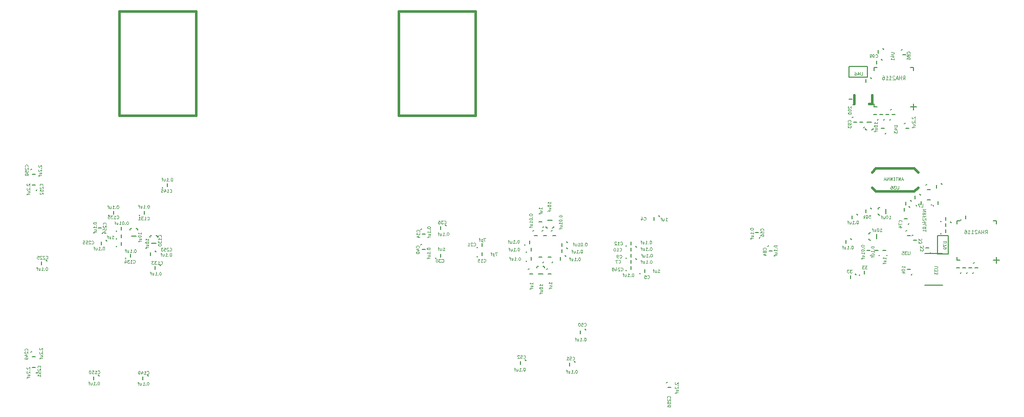
<source format=gbo>
G04 (created by PCBNEW-RS274X (2010-03-14)-final) date Thu 07 Oct 2010 02:34:07 PM EDT*
G01*
G70*
G90*
%MOIN*%
G04 Gerber Fmt 3.4, Leading zero omitted, Abs format*
%FSLAX34Y34*%
G04 APERTURE LIST*
%ADD10C,0.001000*%
%ADD11C,0.005000*%
%ADD12C,0.015000*%
%ADD13C,0.008000*%
%ADD14C,0.003300*%
%ADD15C,0.003900*%
G04 APERTURE END LIST*
G54D10*
G54D11*
X28050Y12650D02*
X28100Y12700D01*
X27800Y13000D02*
X28000Y13000D01*
X28450Y12650D02*
X28500Y12700D01*
X28200Y13000D02*
X28400Y13000D01*
X28950Y13350D02*
X28900Y13300D01*
X29200Y13000D02*
X29000Y13000D01*
X26050Y13950D02*
X26100Y14000D01*
X25800Y14300D02*
X26000Y14300D01*
X23250Y13800D02*
X23300Y13850D01*
X23000Y14150D02*
X23200Y14150D01*
X15550Y14450D02*
X15500Y14400D01*
X15800Y14100D02*
X15600Y14100D01*
X14950Y14950D02*
X15000Y15000D01*
X14700Y15300D02*
X14900Y15300D01*
X23450Y22650D02*
X23500Y22700D01*
X23200Y23000D02*
X23400Y23000D01*
X21050Y22850D02*
X21000Y22800D01*
X21300Y22500D02*
X21100Y22500D01*
X23150Y21750D02*
X23200Y21800D01*
X22900Y22100D02*
X23100Y22100D01*
X24450Y22450D02*
X24400Y22400D01*
X24700Y22100D02*
X24500Y22100D01*
X-25450Y16450D02*
X-25400Y16400D01*
X-25100Y16700D02*
X-25100Y16500D01*
X-26350Y13650D02*
X-26300Y13600D01*
X-26000Y13900D02*
X-26000Y13700D01*
X-28050Y05950D02*
X-28100Y06000D01*
X-28400Y05700D02*
X-28400Y05900D01*
X-06150Y13650D02*
X-06100Y13600D01*
X-05800Y13900D02*
X-05800Y13700D01*
X-07050Y15550D02*
X-07100Y15500D01*
X-06800Y15200D02*
X-07000Y15200D01*
X-05450Y15750D02*
X-05500Y15800D01*
X-05800Y15500D02*
X-05800Y15700D01*
X06250Y13650D02*
X06300Y13600D01*
X06600Y13900D02*
X06600Y13700D01*
X06950Y13550D02*
X06900Y13600D01*
X06600Y13300D02*
X06600Y13500D01*
X07150Y12650D02*
X07200Y12600D01*
X07500Y12900D02*
X07500Y12700D01*
X08450Y16350D02*
X08400Y16400D01*
X08100Y16100D02*
X08100Y16300D01*
X06950Y14350D02*
X06900Y14400D01*
X06600Y14100D02*
X06600Y14300D01*
X06250Y14450D02*
X06300Y14400D01*
X06600Y14700D02*
X06600Y14500D01*
X-03450Y13750D02*
X-03400Y13700D01*
X-03100Y14000D02*
X-03100Y13800D01*
X-03450Y14350D02*
X-03400Y14300D01*
X-03100Y14600D02*
X-03100Y14400D01*
X-07050Y14550D02*
X-07100Y14500D01*
X-06800Y14200D02*
X-07000Y14200D01*
X00850Y15450D02*
X00800Y15400D01*
X01100Y15100D02*
X00900Y15100D01*
X02450Y14650D02*
X02400Y14700D01*
X02100Y14400D02*
X02100Y14600D01*
X01450Y15450D02*
X01400Y15400D01*
X01700Y15100D02*
X01500Y15100D01*
X02350Y13750D02*
X02300Y13800D01*
X02000Y13500D02*
X02000Y13700D01*
X01150Y12950D02*
X01100Y12900D01*
X01400Y12600D02*
X01200Y12600D01*
X-00050Y12950D02*
X-00100Y12900D01*
X00200Y12600D02*
X00000Y12600D01*
X-00250Y14050D02*
X-00200Y14000D01*
X00100Y14300D02*
X00100Y14100D01*
X-00250Y13450D02*
X-00200Y13400D01*
X00100Y13700D02*
X00100Y13500D01*
X02450Y14250D02*
X02400Y14300D01*
X02100Y14000D02*
X02100Y14200D01*
X01450Y13350D02*
X01500Y13400D01*
X01200Y13700D02*
X01400Y13700D01*
X00850Y13350D02*
X00900Y13400D01*
X00600Y13700D02*
X00800Y13700D01*
X21950Y22000D02*
X21900Y22000D01*
X21900Y22000D02*
X21850Y22050D01*
X21850Y22050D02*
X21850Y22100D01*
X22350Y22100D02*
X22350Y22050D01*
X22350Y22050D02*
X22300Y22000D01*
X22300Y22000D02*
X22250Y22000D01*
X22250Y22500D02*
X21950Y22500D01*
X00850Y13100D02*
X00900Y13100D01*
X00900Y13100D02*
X00950Y13050D01*
X00950Y13050D02*
X00950Y13000D01*
X00450Y13000D02*
X00450Y13050D01*
X00450Y13050D02*
X00500Y13100D01*
X00500Y13100D02*
X00550Y13100D01*
X00550Y12600D02*
X00850Y12600D01*
G54D12*
X22092Y23704D02*
X22288Y23704D01*
X21112Y24295D02*
X21112Y23704D01*
X22288Y24295D02*
X22288Y23704D01*
G54D13*
X30576Y13520D02*
X30380Y13520D01*
X30380Y13520D02*
X30380Y13324D01*
X27820Y13717D02*
X27820Y13520D01*
X27820Y13520D02*
X28017Y13520D01*
X28017Y16080D02*
X27820Y16080D01*
X27820Y16080D02*
X27820Y15883D01*
X30380Y15883D02*
X30380Y16080D01*
X30380Y16080D02*
X30183Y16080D01*
X30183Y13520D02*
X30380Y13520D01*
X30380Y13520D02*
X30380Y13717D01*
X25176Y23520D02*
X24980Y23520D01*
X24980Y23520D02*
X24980Y23324D01*
X22420Y23717D02*
X22420Y23520D01*
X22420Y23520D02*
X22617Y23520D01*
X22617Y26080D02*
X22420Y26080D01*
X22420Y26080D02*
X22420Y25883D01*
X24980Y25883D02*
X24980Y26080D01*
X24980Y26080D02*
X24783Y26080D01*
X24783Y23520D02*
X24980Y23520D01*
X24980Y23520D02*
X24980Y23717D01*
G54D11*
X20800Y26150D02*
X20800Y25450D01*
X20800Y25450D02*
X22000Y25450D01*
X22000Y25450D02*
X22000Y26150D01*
X22000Y26150D02*
X20800Y26150D01*
X26550Y13900D02*
X27250Y13900D01*
X27250Y13900D02*
X27250Y15100D01*
X27250Y15100D02*
X26550Y15100D01*
X26550Y15100D02*
X26550Y13900D01*
X26750Y15250D02*
X26800Y15200D01*
X27100Y15500D02*
X27100Y15300D01*
X28850Y12650D02*
X28900Y12700D01*
X28600Y13000D02*
X28800Y13000D01*
X28050Y16150D02*
X28100Y16100D01*
X28400Y16400D02*
X28400Y16200D01*
X27450Y15950D02*
X27400Y16000D01*
X27100Y15700D02*
X27100Y15900D01*
X24850Y12550D02*
X24900Y12600D01*
X24600Y12900D02*
X24800Y12900D01*
X26150Y17100D02*
X26200Y17150D01*
X25900Y17450D02*
X26100Y17450D01*
X25150Y17100D02*
X25200Y17050D01*
X25500Y17350D02*
X25500Y17150D01*
X25450Y17750D02*
X25400Y17800D01*
X25100Y17500D02*
X25100Y17700D01*
X24850Y17350D02*
X24800Y17400D01*
X24500Y17100D02*
X24500Y17300D01*
X24750Y16950D02*
X24700Y17000D01*
X24400Y16700D02*
X24400Y16900D01*
X25850Y18450D02*
X25800Y18400D01*
X26100Y18100D02*
X25900Y18100D01*
X26850Y18450D02*
X26800Y18500D01*
X26500Y18200D02*
X26500Y18400D01*
X26750Y16050D02*
X26800Y16000D01*
X27100Y16300D02*
X27100Y16100D01*
X24950Y15150D02*
X24900Y15100D01*
X25200Y14800D02*
X25000Y14800D01*
X24550Y15450D02*
X24500Y15400D01*
X24800Y15100D02*
X24600Y15100D01*
X22200Y13800D02*
X22250Y13850D01*
X21950Y14150D02*
X22150Y14150D01*
X22750Y13800D02*
X22800Y13850D01*
X22500Y14150D02*
X22700Y14150D01*
X22100Y15200D02*
X22100Y15250D01*
X22100Y15250D02*
X22150Y15300D01*
X22150Y15300D02*
X22200Y15300D01*
X22200Y14800D02*
X22150Y14800D01*
X22150Y14800D02*
X22100Y14850D01*
X22100Y14850D02*
X22100Y14900D01*
X22600Y14900D02*
X22600Y15200D01*
X22700Y16850D02*
X22700Y16900D01*
X22700Y16900D02*
X22750Y16950D01*
X22750Y16950D02*
X22800Y16950D01*
X22800Y16450D02*
X22750Y16450D01*
X22750Y16450D02*
X22700Y16500D01*
X22700Y16500D02*
X22700Y16550D01*
X23200Y16550D02*
X23200Y16850D01*
X21350Y16450D02*
X21300Y16500D01*
X21000Y16200D02*
X21000Y16400D01*
X22250Y16850D02*
X22200Y16900D01*
X21900Y16600D02*
X21900Y16800D01*
X24650Y15850D02*
X24700Y15900D01*
X24400Y16200D02*
X24600Y16200D01*
X26250Y17100D02*
X26300Y17050D01*
X26600Y17350D02*
X26600Y17150D01*
G54D12*
X25272Y18250D02*
X25022Y18000D01*
X25022Y18000D02*
X22522Y18000D01*
X22522Y18000D02*
X22272Y18250D01*
X25272Y19250D02*
X25022Y19500D01*
X25022Y19500D02*
X22522Y19500D01*
X22522Y19500D02*
X22272Y19250D01*
G54D11*
X21250Y12550D02*
X21200Y12600D01*
X20900Y12300D02*
X20900Y12500D01*
X21450Y12550D02*
X21500Y12500D01*
X21800Y12800D02*
X21800Y12600D01*
X20950Y14850D02*
X20900Y14900D01*
X20600Y14600D02*
X20600Y14800D01*
X24250Y27250D02*
X24200Y27200D01*
X24500Y26900D02*
X24300Y26900D01*
X23050Y27250D02*
X23000Y27300D01*
X22700Y27000D02*
X22700Y27200D01*
X21750Y22150D02*
X21800Y22200D01*
X21500Y22500D02*
X21700Y22500D01*
X22650Y22650D02*
X22700Y22700D01*
X22400Y23000D02*
X22600Y23000D01*
X23050Y22650D02*
X23100Y22700D01*
X22800Y23000D02*
X23000Y23000D01*
X23550Y23350D02*
X23500Y23300D01*
X23800Y23000D02*
X23600Y23000D01*
X22950Y26550D02*
X22900Y26600D01*
X22600Y26300D02*
X22600Y26500D01*
X21050Y23650D02*
X21100Y23700D01*
X20800Y24000D02*
X21000Y24000D01*
X-26951Y15420D02*
X-26901Y15370D01*
X-26601Y15670D02*
X-26601Y15470D01*
X-26951Y14420D02*
X-26901Y14370D01*
X-26601Y14670D02*
X-26601Y14470D01*
X-26951Y14920D02*
X-26901Y14870D01*
X-26601Y15170D02*
X-26601Y14970D01*
X-25651Y15570D02*
X-25601Y15570D01*
X-25601Y15570D02*
X-25551Y15520D01*
X-25551Y15520D02*
X-25551Y15470D01*
X-26051Y15470D02*
X-26051Y15520D01*
X-26051Y15520D02*
X-26001Y15570D01*
X-26001Y15570D02*
X-25951Y15570D01*
X-25951Y15070D02*
X-25651Y15070D01*
X-24350Y15100D02*
X-24300Y15100D01*
X-24300Y15100D02*
X-24250Y15050D01*
X-24250Y15050D02*
X-24250Y15000D01*
X-24750Y15000D02*
X-24750Y15050D01*
X-24750Y15050D02*
X-24700Y15100D01*
X-24700Y15100D02*
X-24650Y15100D01*
X-24650Y14600D02*
X-24350Y14600D01*
X-24050Y13150D02*
X-24100Y13200D01*
X-24400Y12900D02*
X-24400Y13100D01*
X-27450Y16450D02*
X-27400Y16400D01*
X-27100Y16700D02*
X-27100Y16500D01*
X-23950Y18250D02*
X-23900Y18200D01*
X-23600Y18500D02*
X-23600Y18300D01*
X-24850Y05950D02*
X-24900Y06000D01*
X-25200Y05700D02*
X-25200Y05900D01*
X00250Y15450D02*
X00200Y15400D01*
X00500Y15100D02*
X00300Y15100D01*
X-00350Y14520D02*
X-00300Y14470D01*
X00000Y14770D02*
X00000Y14570D01*
X00850Y15650D02*
X00900Y15700D01*
X00600Y16000D02*
X00800Y16000D01*
X01150Y15600D02*
X01100Y15600D01*
X01100Y15600D02*
X01050Y15650D01*
X01050Y15650D02*
X01050Y15700D01*
X01550Y15700D02*
X01550Y15650D01*
X01550Y15650D02*
X01500Y15600D01*
X01500Y15600D02*
X01450Y15600D01*
X01450Y16100D02*
X01150Y16100D01*
X03650Y08950D02*
X03600Y09000D01*
X03300Y08700D02*
X03300Y08900D01*
X-00250Y06950D02*
X-00300Y07000D01*
X-00600Y06700D02*
X-00600Y06900D01*
X02950Y06850D02*
X02900Y06900D01*
X02600Y06600D02*
X02600Y06800D01*
X22250Y25350D02*
X22200Y25400D01*
X21900Y25100D02*
X21900Y25300D01*
X-31450Y13450D02*
X-31500Y13500D01*
X-31800Y13200D02*
X-31800Y13400D01*
G54D12*
X-24359Y29749D02*
X-26759Y29749D01*
X-26759Y29749D02*
X-26759Y22949D01*
X-26759Y22949D02*
X-21759Y22949D01*
X-21759Y22949D02*
X-21759Y29749D01*
X-21759Y29749D02*
X-24359Y29749D01*
X-06159Y29749D02*
X-08559Y29749D01*
X-08559Y29749D02*
X-08559Y22949D01*
X-08559Y22949D02*
X-03559Y22949D01*
X-03559Y22949D02*
X-03559Y29749D01*
X-03559Y29749D02*
X-06159Y29749D01*
G54D13*
X26891Y13933D02*
X25709Y13933D01*
X26891Y11867D02*
X25709Y11867D01*
G54D11*
X06250Y12850D02*
X06300Y12800D01*
X06600Y13100D02*
X06600Y12900D01*
X-32450Y07550D02*
X-32500Y07500D01*
X-32200Y07200D02*
X-32400Y07200D01*
X-32450Y19450D02*
X-32500Y19400D01*
X-32200Y19100D02*
X-32400Y19100D01*
X-32150Y06150D02*
X-32100Y06200D01*
X-32400Y06500D02*
X-32200Y06500D01*
X-32150Y18050D02*
X-32100Y18100D01*
X-32400Y18400D02*
X-32200Y18400D01*
X-24350Y14050D02*
X-24400Y14100D01*
X-24700Y13800D02*
X-24700Y14000D01*
X-27850Y15250D02*
X-27800Y15300D01*
X-28100Y15600D02*
X-27900Y15600D01*
X-27550Y14750D02*
X-27600Y14800D01*
X-27900Y14500D02*
X-27900Y14700D01*
X08950Y05550D02*
X08900Y05500D01*
X09200Y05200D02*
X09000Y05200D01*
G54D14*
X25422Y14440D02*
X25422Y14317D01*
X25498Y14383D01*
X25498Y14355D01*
X25508Y14336D01*
X25517Y14326D01*
X25536Y14317D01*
X25584Y14317D01*
X25603Y14326D01*
X25612Y14336D01*
X25622Y14355D01*
X25622Y14412D01*
X25612Y14431D01*
X25603Y14440D01*
X25422Y14250D02*
X25422Y14127D01*
X25498Y14193D01*
X25498Y14165D01*
X25508Y14146D01*
X25517Y14136D01*
X25536Y14127D01*
X25584Y14127D01*
X25603Y14136D01*
X25612Y14146D01*
X25622Y14165D01*
X25622Y14222D01*
X25612Y14241D01*
X25603Y14250D01*
X23183Y13583D02*
X23183Y13697D01*
X23183Y13640D02*
X22983Y13640D01*
X23012Y13659D01*
X23031Y13678D01*
X23040Y13697D01*
X23050Y13412D02*
X23183Y13412D01*
X23050Y13497D02*
X23154Y13497D01*
X23173Y13488D01*
X23183Y13469D01*
X23183Y13440D01*
X23173Y13421D01*
X23164Y13412D01*
X23050Y13345D02*
X23050Y13269D01*
X23183Y13316D02*
X23012Y13316D01*
X22992Y13307D01*
X22983Y13288D01*
X22983Y13269D01*
X15369Y14194D02*
X15378Y14204D01*
X15388Y14232D01*
X15388Y14251D01*
X15378Y14280D01*
X15359Y14299D01*
X15340Y14308D01*
X15302Y14318D01*
X15274Y14318D01*
X15236Y14308D01*
X15217Y14299D01*
X15197Y14280D01*
X15188Y14251D01*
X15188Y14232D01*
X15197Y14204D01*
X15207Y14194D01*
X15274Y14080D02*
X15264Y14099D01*
X15255Y14108D01*
X15236Y14118D01*
X15226Y14118D01*
X15207Y14108D01*
X15197Y14099D01*
X15188Y14080D01*
X15188Y14042D01*
X15197Y14023D01*
X15207Y14013D01*
X15226Y14004D01*
X15236Y14004D01*
X15255Y14013D01*
X15264Y14023D01*
X15274Y14042D01*
X15274Y14080D01*
X15283Y14099D01*
X15293Y14108D01*
X15312Y14118D01*
X15350Y14118D01*
X15369Y14108D01*
X15378Y14099D01*
X15388Y14080D01*
X15388Y14042D01*
X15378Y14023D01*
X15369Y14013D01*
X15350Y14004D01*
X15312Y14004D01*
X15293Y14013D01*
X15283Y14023D01*
X15274Y14042D01*
X15255Y13833D02*
X15388Y13833D01*
X15178Y13880D02*
X15321Y13928D01*
X15321Y13804D01*
X15901Y14449D02*
X15901Y14430D01*
X15910Y14411D01*
X15920Y14402D01*
X15939Y14392D01*
X15977Y14383D01*
X16025Y14383D01*
X16063Y14392D01*
X16082Y14402D01*
X16091Y14411D01*
X16101Y14430D01*
X16101Y14449D01*
X16091Y14468D01*
X16082Y14478D01*
X16063Y14487D01*
X16025Y14497D01*
X15977Y14497D01*
X15939Y14487D01*
X15920Y14478D01*
X15910Y14468D01*
X15901Y14449D01*
X16082Y14297D02*
X16091Y14288D01*
X16101Y14297D01*
X16091Y14307D01*
X16082Y14297D01*
X16101Y14297D01*
X16101Y14098D02*
X16101Y14212D01*
X16101Y14155D02*
X15901Y14155D01*
X15930Y14174D01*
X15949Y14193D01*
X15958Y14212D01*
X15968Y13927D02*
X16101Y13927D01*
X15968Y14012D02*
X16072Y14012D01*
X16091Y14003D01*
X16101Y13984D01*
X16101Y13955D01*
X16091Y13936D01*
X16082Y13927D01*
X15968Y13860D02*
X15968Y13784D01*
X16101Y13831D02*
X15930Y13831D01*
X15910Y13822D01*
X15901Y13803D01*
X15901Y13784D01*
X15207Y15450D02*
X15216Y15460D01*
X15226Y15488D01*
X15226Y15507D01*
X15216Y15536D01*
X15197Y15555D01*
X15178Y15564D01*
X15140Y15574D01*
X15112Y15574D01*
X15074Y15564D01*
X15055Y15555D01*
X15035Y15536D01*
X15026Y15507D01*
X15026Y15488D01*
X15035Y15460D01*
X15045Y15450D01*
X15026Y15269D02*
X15026Y15364D01*
X15121Y15374D01*
X15112Y15364D01*
X15102Y15345D01*
X15102Y15298D01*
X15112Y15279D01*
X15121Y15269D01*
X15140Y15260D01*
X15188Y15260D01*
X15207Y15269D01*
X15216Y15279D01*
X15226Y15298D01*
X15226Y15345D01*
X15216Y15364D01*
X15207Y15374D01*
X15026Y15089D02*
X15026Y15127D01*
X15035Y15146D01*
X15045Y15155D01*
X15074Y15174D01*
X15112Y15184D01*
X15188Y15184D01*
X15207Y15174D01*
X15216Y15165D01*
X15226Y15146D01*
X15226Y15108D01*
X15216Y15089D01*
X15207Y15079D01*
X15188Y15070D01*
X15140Y15070D01*
X15121Y15079D01*
X15112Y15089D01*
X15102Y15108D01*
X15102Y15146D01*
X15112Y15165D01*
X15121Y15174D01*
X15140Y15184D01*
X14361Y15561D02*
X14361Y15542D01*
X14370Y15523D01*
X14380Y15514D01*
X14399Y15504D01*
X14437Y15495D01*
X14485Y15495D01*
X14523Y15504D01*
X14542Y15514D01*
X14551Y15523D01*
X14561Y15542D01*
X14561Y15561D01*
X14551Y15580D01*
X14542Y15590D01*
X14523Y15599D01*
X14485Y15609D01*
X14437Y15609D01*
X14399Y15599D01*
X14380Y15590D01*
X14370Y15580D01*
X14361Y15561D01*
X14542Y15409D02*
X14551Y15400D01*
X14561Y15409D01*
X14551Y15419D01*
X14542Y15409D01*
X14561Y15409D01*
X14561Y15210D02*
X14561Y15324D01*
X14561Y15267D02*
X14361Y15267D01*
X14390Y15286D01*
X14409Y15305D01*
X14418Y15324D01*
X14428Y15039D02*
X14561Y15039D01*
X14428Y15124D02*
X14532Y15124D01*
X14551Y15115D01*
X14561Y15096D01*
X14561Y15067D01*
X14551Y15048D01*
X14542Y15039D01*
X14428Y14972D02*
X14428Y14896D01*
X14561Y14943D02*
X14390Y14943D01*
X14370Y14934D01*
X14361Y14915D01*
X14361Y14896D01*
X20895Y22527D02*
X20904Y22537D01*
X20914Y22565D01*
X20914Y22584D01*
X20904Y22613D01*
X20885Y22632D01*
X20866Y22641D01*
X20828Y22651D01*
X20800Y22651D01*
X20762Y22641D01*
X20743Y22632D01*
X20723Y22613D01*
X20714Y22584D01*
X20714Y22565D01*
X20723Y22537D01*
X20733Y22527D01*
X20914Y22432D02*
X20914Y22394D01*
X20904Y22375D01*
X20895Y22365D01*
X20866Y22346D01*
X20828Y22337D01*
X20752Y22337D01*
X20733Y22346D01*
X20723Y22356D01*
X20714Y22375D01*
X20714Y22413D01*
X20723Y22432D01*
X20733Y22441D01*
X20752Y22451D01*
X20800Y22451D01*
X20819Y22441D01*
X20828Y22432D01*
X20838Y22413D01*
X20838Y22375D01*
X20828Y22356D01*
X20819Y22346D01*
X20800Y22337D01*
X20714Y22270D02*
X20714Y22147D01*
X20790Y22213D01*
X20790Y22185D01*
X20800Y22166D01*
X20809Y22156D01*
X20828Y22147D01*
X20876Y22147D01*
X20895Y22156D01*
X20904Y22166D01*
X20914Y22185D01*
X20914Y22242D01*
X20904Y22261D01*
X20895Y22270D01*
X24901Y22857D02*
X24891Y22847D01*
X24882Y22828D01*
X24882Y22781D01*
X24891Y22762D01*
X24901Y22752D01*
X24920Y22743D01*
X24939Y22743D01*
X24968Y22752D01*
X25082Y22866D01*
X25082Y22743D01*
X25063Y22657D02*
X25072Y22648D01*
X25082Y22657D01*
X25072Y22667D01*
X25063Y22657D01*
X25082Y22657D01*
X24901Y22572D02*
X24891Y22562D01*
X24882Y22543D01*
X24882Y22496D01*
X24891Y22477D01*
X24901Y22467D01*
X24920Y22458D01*
X24939Y22458D01*
X24968Y22467D01*
X25082Y22581D01*
X25082Y22458D01*
X24949Y22287D02*
X25082Y22287D01*
X24949Y22372D02*
X25053Y22372D01*
X25072Y22363D01*
X25082Y22344D01*
X25082Y22315D01*
X25072Y22296D01*
X25063Y22287D01*
X24949Y22220D02*
X24949Y22144D01*
X25082Y22191D02*
X24911Y22191D01*
X24891Y22182D01*
X24882Y22163D01*
X24882Y22144D01*
X-24927Y16154D02*
X-24917Y16145D01*
X-24889Y16135D01*
X-24870Y16135D01*
X-24841Y16145D01*
X-24822Y16164D01*
X-24813Y16183D01*
X-24803Y16221D01*
X-24803Y16249D01*
X-24813Y16287D01*
X-24822Y16306D01*
X-24841Y16326D01*
X-24870Y16335D01*
X-24889Y16335D01*
X-24917Y16326D01*
X-24927Y16316D01*
X-25117Y16135D02*
X-25003Y16135D01*
X-25060Y16135D02*
X-25060Y16335D01*
X-25041Y16306D01*
X-25022Y16287D01*
X-25003Y16278D01*
X-25184Y16335D02*
X-25307Y16335D01*
X-25241Y16259D01*
X-25269Y16259D01*
X-25288Y16249D01*
X-25298Y16240D01*
X-25307Y16221D01*
X-25307Y16173D01*
X-25298Y16154D01*
X-25288Y16145D01*
X-25269Y16135D01*
X-25212Y16135D01*
X-25193Y16145D01*
X-25184Y16154D01*
X-25497Y16135D02*
X-25383Y16135D01*
X-25440Y16135D02*
X-25440Y16335D01*
X-25421Y16306D01*
X-25402Y16287D01*
X-25383Y16278D01*
X-24834Y17103D02*
X-24853Y17103D01*
X-24872Y17094D01*
X-24881Y17084D01*
X-24891Y17065D01*
X-24900Y17027D01*
X-24900Y16979D01*
X-24891Y16941D01*
X-24881Y16922D01*
X-24872Y16913D01*
X-24853Y16903D01*
X-24834Y16903D01*
X-24815Y16913D01*
X-24805Y16922D01*
X-24796Y16941D01*
X-24786Y16979D01*
X-24786Y17027D01*
X-24796Y17065D01*
X-24805Y17084D01*
X-24815Y17094D01*
X-24834Y17103D01*
X-24986Y16922D02*
X-24995Y16913D01*
X-24986Y16903D01*
X-24976Y16913D01*
X-24986Y16922D01*
X-24986Y16903D01*
X-25185Y16903D02*
X-25071Y16903D01*
X-25128Y16903D02*
X-25128Y17103D01*
X-25109Y17074D01*
X-25090Y17055D01*
X-25071Y17046D01*
X-25356Y17036D02*
X-25356Y16903D01*
X-25271Y17036D02*
X-25271Y16932D01*
X-25280Y16913D01*
X-25299Y16903D01*
X-25328Y16903D01*
X-25347Y16913D01*
X-25356Y16922D01*
X-25423Y17036D02*
X-25499Y17036D01*
X-25452Y16903D02*
X-25452Y17074D01*
X-25461Y17094D01*
X-25480Y17103D01*
X-25499Y17103D01*
X-25835Y13346D02*
X-25825Y13337D01*
X-25797Y13327D01*
X-25778Y13327D01*
X-25749Y13337D01*
X-25730Y13356D01*
X-25721Y13375D01*
X-25711Y13413D01*
X-25711Y13441D01*
X-25721Y13479D01*
X-25730Y13498D01*
X-25749Y13518D01*
X-25778Y13527D01*
X-25797Y13527D01*
X-25825Y13518D01*
X-25835Y13508D01*
X-26025Y13327D02*
X-25911Y13327D01*
X-25968Y13327D02*
X-25968Y13527D01*
X-25949Y13498D01*
X-25930Y13479D01*
X-25911Y13470D01*
X-26092Y13527D02*
X-26215Y13527D01*
X-26149Y13451D01*
X-26177Y13451D01*
X-26196Y13441D01*
X-26206Y13432D01*
X-26215Y13413D01*
X-26215Y13365D01*
X-26206Y13346D01*
X-26196Y13337D01*
X-26177Y13327D01*
X-26120Y13327D01*
X-26101Y13337D01*
X-26092Y13346D01*
X-26386Y13460D02*
X-26386Y13327D01*
X-26339Y13537D02*
X-26291Y13394D01*
X-26415Y13394D01*
X-25701Y14219D02*
X-25720Y14219D01*
X-25739Y14210D01*
X-25748Y14200D01*
X-25758Y14181D01*
X-25767Y14143D01*
X-25767Y14095D01*
X-25758Y14057D01*
X-25748Y14038D01*
X-25739Y14029D01*
X-25720Y14019D01*
X-25701Y14019D01*
X-25682Y14029D01*
X-25672Y14038D01*
X-25663Y14057D01*
X-25653Y14095D01*
X-25653Y14143D01*
X-25663Y14181D01*
X-25672Y14200D01*
X-25682Y14210D01*
X-25701Y14219D01*
X-25853Y14038D02*
X-25862Y14029D01*
X-25853Y14019D01*
X-25843Y14029D01*
X-25853Y14038D01*
X-25853Y14019D01*
X-26052Y14019D02*
X-25938Y14019D01*
X-25995Y14019D02*
X-25995Y14219D01*
X-25976Y14190D01*
X-25957Y14171D01*
X-25938Y14162D01*
X-26223Y14152D02*
X-26223Y14019D01*
X-26138Y14152D02*
X-26138Y14048D01*
X-26147Y14029D01*
X-26166Y14019D01*
X-26195Y14019D01*
X-26214Y14029D01*
X-26223Y14038D01*
X-26290Y14152D02*
X-26366Y14152D01*
X-26319Y14019D02*
X-26319Y14190D01*
X-26328Y14210D01*
X-26347Y14219D01*
X-26366Y14219D01*
X-28144Y06129D02*
X-28134Y06120D01*
X-28106Y06110D01*
X-28087Y06110D01*
X-28058Y06120D01*
X-28039Y06139D01*
X-28030Y06158D01*
X-28020Y06196D01*
X-28020Y06224D01*
X-28030Y06262D01*
X-28039Y06281D01*
X-28058Y06301D01*
X-28087Y06310D01*
X-28106Y06310D01*
X-28134Y06301D01*
X-28144Y06291D01*
X-28334Y06110D02*
X-28220Y06110D01*
X-28277Y06110D02*
X-28277Y06310D01*
X-28258Y06281D01*
X-28239Y06262D01*
X-28220Y06253D01*
X-28515Y06310D02*
X-28420Y06310D01*
X-28410Y06215D01*
X-28420Y06224D01*
X-28439Y06234D01*
X-28486Y06234D01*
X-28505Y06224D01*
X-28515Y06215D01*
X-28524Y06196D01*
X-28524Y06148D01*
X-28515Y06129D01*
X-28505Y06120D01*
X-28486Y06110D01*
X-28439Y06110D01*
X-28420Y06120D01*
X-28410Y06129D01*
X-28648Y06310D02*
X-28667Y06310D01*
X-28686Y06301D01*
X-28695Y06291D01*
X-28705Y06272D01*
X-28714Y06234D01*
X-28714Y06186D01*
X-28705Y06148D01*
X-28695Y06129D01*
X-28686Y06120D01*
X-28667Y06110D01*
X-28648Y06110D01*
X-28629Y06120D01*
X-28619Y06129D01*
X-28610Y06148D01*
X-28600Y06186D01*
X-28600Y06234D01*
X-28610Y06272D01*
X-28619Y06291D01*
X-28629Y06301D01*
X-28648Y06310D01*
X-28086Y05580D02*
X-28105Y05580D01*
X-28124Y05571D01*
X-28133Y05561D01*
X-28143Y05542D01*
X-28152Y05504D01*
X-28152Y05456D01*
X-28143Y05418D01*
X-28133Y05399D01*
X-28124Y05390D01*
X-28105Y05380D01*
X-28086Y05380D01*
X-28067Y05390D01*
X-28057Y05399D01*
X-28048Y05418D01*
X-28038Y05456D01*
X-28038Y05504D01*
X-28048Y05542D01*
X-28057Y05561D01*
X-28067Y05571D01*
X-28086Y05580D01*
X-28238Y05399D02*
X-28247Y05390D01*
X-28238Y05380D01*
X-28228Y05390D01*
X-28238Y05399D01*
X-28238Y05380D01*
X-28437Y05380D02*
X-28323Y05380D01*
X-28380Y05380D02*
X-28380Y05580D01*
X-28361Y05551D01*
X-28342Y05532D01*
X-28323Y05523D01*
X-28608Y05513D02*
X-28608Y05380D01*
X-28523Y05513D02*
X-28523Y05409D01*
X-28532Y05390D01*
X-28551Y05380D01*
X-28580Y05380D01*
X-28599Y05390D01*
X-28608Y05399D01*
X-28675Y05513D02*
X-28751Y05513D01*
X-28704Y05380D02*
X-28704Y05551D01*
X-28713Y05571D01*
X-28732Y05580D01*
X-28751Y05580D01*
X-05739Y13399D02*
X-05729Y13390D01*
X-05701Y13380D01*
X-05682Y13380D01*
X-05653Y13390D01*
X-05634Y13409D01*
X-05625Y13428D01*
X-05615Y13466D01*
X-05615Y13494D01*
X-05625Y13532D01*
X-05634Y13551D01*
X-05653Y13571D01*
X-05682Y13580D01*
X-05701Y13580D01*
X-05729Y13571D01*
X-05739Y13561D01*
X-05806Y13580D02*
X-05929Y13580D01*
X-05863Y13504D01*
X-05891Y13504D01*
X-05910Y13494D01*
X-05920Y13485D01*
X-05929Y13466D01*
X-05929Y13418D01*
X-05920Y13399D01*
X-05910Y13390D01*
X-05891Y13380D01*
X-05834Y13380D01*
X-05815Y13390D01*
X-05806Y13399D01*
X-06053Y13580D02*
X-06072Y13580D01*
X-06091Y13571D01*
X-06100Y13561D01*
X-06110Y13542D01*
X-06119Y13504D01*
X-06119Y13456D01*
X-06110Y13418D01*
X-06100Y13399D01*
X-06091Y13390D01*
X-06072Y13380D01*
X-06053Y13380D01*
X-06034Y13390D01*
X-06024Y13399D01*
X-06015Y13418D01*
X-06005Y13456D01*
X-06005Y13504D01*
X-06015Y13542D01*
X-06024Y13561D01*
X-06034Y13571D01*
X-06053Y13580D01*
X-05673Y14144D02*
X-05559Y14144D01*
X-05616Y14144D02*
X-05616Y14344D01*
X-05597Y14315D01*
X-05578Y14296D01*
X-05559Y14287D01*
X-05844Y14277D02*
X-05844Y14144D01*
X-05759Y14277D02*
X-05759Y14173D01*
X-05768Y14154D01*
X-05787Y14144D01*
X-05816Y14144D01*
X-05835Y14154D01*
X-05844Y14163D01*
X-05911Y14277D02*
X-05987Y14277D01*
X-05940Y14144D02*
X-05940Y14315D01*
X-05949Y14335D01*
X-05968Y14344D01*
X-05987Y14344D01*
X-07194Y15361D02*
X-07185Y15371D01*
X-07175Y15399D01*
X-07175Y15418D01*
X-07185Y15447D01*
X-07204Y15466D01*
X-07223Y15475D01*
X-07261Y15485D01*
X-07289Y15485D01*
X-07327Y15475D01*
X-07346Y15466D01*
X-07366Y15447D01*
X-07375Y15418D01*
X-07375Y15399D01*
X-07366Y15371D01*
X-07356Y15361D01*
X-07375Y15294D02*
X-07375Y15171D01*
X-07299Y15237D01*
X-07299Y15209D01*
X-07289Y15190D01*
X-07280Y15180D01*
X-07261Y15171D01*
X-07213Y15171D01*
X-07194Y15180D01*
X-07185Y15190D01*
X-07175Y15209D01*
X-07175Y15266D01*
X-07185Y15285D01*
X-07194Y15294D01*
X-07308Y15000D02*
X-07175Y15000D01*
X-07385Y15047D02*
X-07242Y15095D01*
X-07242Y14971D01*
X-06680Y15653D02*
X-06680Y15634D01*
X-06671Y15615D01*
X-06661Y15606D01*
X-06642Y15596D01*
X-06604Y15587D01*
X-06556Y15587D01*
X-06518Y15596D01*
X-06499Y15606D01*
X-06490Y15615D01*
X-06480Y15634D01*
X-06480Y15653D01*
X-06490Y15672D01*
X-06499Y15682D01*
X-06518Y15691D01*
X-06556Y15701D01*
X-06604Y15701D01*
X-06642Y15691D01*
X-06661Y15682D01*
X-06671Y15672D01*
X-06680Y15653D01*
X-06499Y15501D02*
X-06490Y15492D01*
X-06480Y15501D01*
X-06490Y15511D01*
X-06499Y15501D01*
X-06480Y15501D01*
X-06480Y15302D02*
X-06480Y15416D01*
X-06480Y15359D02*
X-06680Y15359D01*
X-06651Y15378D01*
X-06632Y15397D01*
X-06623Y15416D01*
X-06613Y15131D02*
X-06480Y15131D01*
X-06613Y15216D02*
X-06509Y15216D01*
X-06490Y15207D01*
X-06480Y15188D01*
X-06480Y15159D01*
X-06490Y15140D01*
X-06499Y15131D01*
X-06613Y15064D02*
X-06613Y14988D01*
X-06480Y15035D02*
X-06651Y15035D01*
X-06671Y15026D01*
X-06680Y15007D01*
X-06680Y14988D01*
X-05587Y15911D02*
X-05577Y15902D01*
X-05549Y15892D01*
X-05530Y15892D01*
X-05501Y15902D01*
X-05482Y15921D01*
X-05473Y15940D01*
X-05463Y15978D01*
X-05463Y16006D01*
X-05473Y16044D01*
X-05482Y16063D01*
X-05501Y16083D01*
X-05530Y16092D01*
X-05549Y16092D01*
X-05577Y16083D01*
X-05587Y16073D01*
X-05654Y16092D02*
X-05777Y16092D01*
X-05711Y16016D01*
X-05739Y16016D01*
X-05758Y16006D01*
X-05768Y15997D01*
X-05777Y15978D01*
X-05777Y15930D01*
X-05768Y15911D01*
X-05758Y15902D01*
X-05739Y15892D01*
X-05682Y15892D01*
X-05663Y15902D01*
X-05654Y15911D01*
X-05958Y16092D02*
X-05863Y16092D01*
X-05853Y15997D01*
X-05863Y16006D01*
X-05882Y16016D01*
X-05929Y16016D01*
X-05948Y16006D01*
X-05958Y15997D01*
X-05967Y15978D01*
X-05967Y15930D01*
X-05958Y15911D01*
X-05948Y15902D01*
X-05929Y15892D01*
X-05882Y15892D01*
X-05863Y15902D01*
X-05853Y15911D01*
X-05330Y15328D02*
X-05349Y15328D01*
X-05368Y15319D01*
X-05377Y15309D01*
X-05387Y15290D01*
X-05396Y15252D01*
X-05396Y15204D01*
X-05387Y15166D01*
X-05377Y15147D01*
X-05368Y15138D01*
X-05349Y15128D01*
X-05330Y15128D01*
X-05311Y15138D01*
X-05301Y15147D01*
X-05292Y15166D01*
X-05282Y15204D01*
X-05282Y15252D01*
X-05292Y15290D01*
X-05301Y15309D01*
X-05311Y15319D01*
X-05330Y15328D01*
X-05482Y15147D02*
X-05491Y15138D01*
X-05482Y15128D01*
X-05472Y15138D01*
X-05482Y15147D01*
X-05482Y15128D01*
X-05681Y15128D02*
X-05567Y15128D01*
X-05624Y15128D02*
X-05624Y15328D01*
X-05605Y15299D01*
X-05586Y15280D01*
X-05567Y15271D01*
X-05852Y15261D02*
X-05852Y15128D01*
X-05767Y15261D02*
X-05767Y15157D01*
X-05776Y15138D01*
X-05795Y15128D01*
X-05824Y15128D01*
X-05843Y15138D01*
X-05852Y15147D01*
X-05919Y15261D02*
X-05995Y15261D01*
X-05948Y15128D02*
X-05948Y15299D01*
X-05957Y15319D01*
X-05976Y15328D01*
X-05995Y15328D01*
X05848Y13683D02*
X05858Y13674D01*
X05886Y13664D01*
X05905Y13664D01*
X05934Y13674D01*
X05953Y13693D01*
X05962Y13712D01*
X05972Y13750D01*
X05972Y13778D01*
X05962Y13816D01*
X05953Y13835D01*
X05934Y13855D01*
X05905Y13864D01*
X05886Y13864D01*
X05858Y13855D01*
X05848Y13845D01*
X05753Y13664D02*
X05715Y13664D01*
X05696Y13674D01*
X05686Y13683D01*
X05667Y13712D01*
X05658Y13750D01*
X05658Y13826D01*
X05667Y13845D01*
X05677Y13855D01*
X05696Y13864D01*
X05734Y13864D01*
X05753Y13855D01*
X05762Y13845D01*
X05772Y13826D01*
X05772Y13778D01*
X05762Y13759D01*
X05753Y13750D01*
X05734Y13740D01*
X05696Y13740D01*
X05677Y13750D01*
X05667Y13759D01*
X05658Y13778D01*
X07897Y14348D02*
X07878Y14348D01*
X07859Y14339D01*
X07850Y14329D01*
X07840Y14310D01*
X07831Y14272D01*
X07831Y14224D01*
X07840Y14186D01*
X07850Y14167D01*
X07859Y14158D01*
X07878Y14148D01*
X07897Y14148D01*
X07916Y14158D01*
X07926Y14167D01*
X07935Y14186D01*
X07945Y14224D01*
X07945Y14272D01*
X07935Y14310D01*
X07926Y14329D01*
X07916Y14339D01*
X07897Y14348D01*
X07745Y14167D02*
X07736Y14158D01*
X07745Y14148D01*
X07755Y14158D01*
X07745Y14167D01*
X07745Y14148D01*
X07546Y14148D02*
X07660Y14148D01*
X07603Y14148D02*
X07603Y14348D01*
X07622Y14319D01*
X07641Y14300D01*
X07660Y14291D01*
X07375Y14281D02*
X07375Y14148D01*
X07460Y14281D02*
X07460Y14177D01*
X07451Y14158D01*
X07432Y14148D01*
X07403Y14148D01*
X07384Y14158D01*
X07375Y14167D01*
X07308Y14281D02*
X07232Y14281D01*
X07279Y14148D02*
X07279Y14319D01*
X07270Y14339D01*
X07251Y14348D01*
X07232Y14348D01*
X05780Y13345D02*
X05790Y13336D01*
X05818Y13326D01*
X05837Y13326D01*
X05866Y13336D01*
X05885Y13355D01*
X05894Y13374D01*
X05904Y13412D01*
X05904Y13440D01*
X05894Y13478D01*
X05885Y13497D01*
X05866Y13517D01*
X05837Y13526D01*
X05818Y13526D01*
X05790Y13517D01*
X05780Y13507D01*
X05713Y13526D02*
X05580Y13526D01*
X05666Y13326D01*
X07901Y13500D02*
X07882Y13500D01*
X07863Y13491D01*
X07854Y13481D01*
X07844Y13462D01*
X07835Y13424D01*
X07835Y13376D01*
X07844Y13338D01*
X07854Y13319D01*
X07863Y13310D01*
X07882Y13300D01*
X07901Y13300D01*
X07920Y13310D01*
X07930Y13319D01*
X07939Y13338D01*
X07949Y13376D01*
X07949Y13424D01*
X07939Y13462D01*
X07930Y13481D01*
X07920Y13491D01*
X07901Y13500D01*
X07749Y13319D02*
X07740Y13310D01*
X07749Y13300D01*
X07759Y13310D01*
X07749Y13319D01*
X07749Y13300D01*
X07550Y13300D02*
X07664Y13300D01*
X07607Y13300D02*
X07607Y13500D01*
X07626Y13471D01*
X07645Y13452D01*
X07664Y13443D01*
X07379Y13433D02*
X07379Y13300D01*
X07464Y13433D02*
X07464Y13329D01*
X07455Y13310D01*
X07436Y13300D01*
X07407Y13300D01*
X07388Y13310D01*
X07379Y13319D01*
X07312Y13433D02*
X07236Y13433D01*
X07283Y13300D02*
X07283Y13471D01*
X07274Y13491D01*
X07255Y13500D01*
X07236Y13500D01*
X07652Y12345D02*
X07662Y12336D01*
X07690Y12326D01*
X07709Y12326D01*
X07738Y12336D01*
X07757Y12355D01*
X07766Y12374D01*
X07776Y12412D01*
X07776Y12440D01*
X07766Y12478D01*
X07757Y12497D01*
X07738Y12517D01*
X07709Y12526D01*
X07690Y12526D01*
X07662Y12517D01*
X07652Y12507D01*
X07471Y12526D02*
X07566Y12526D01*
X07576Y12431D01*
X07566Y12440D01*
X07547Y12450D01*
X07500Y12450D01*
X07481Y12440D01*
X07471Y12431D01*
X07462Y12412D01*
X07462Y12364D01*
X07471Y12345D01*
X07481Y12336D01*
X07500Y12326D01*
X07547Y12326D01*
X07566Y12336D01*
X07576Y12345D01*
X08335Y12714D02*
X08449Y12714D01*
X08392Y12714D02*
X08392Y12914D01*
X08411Y12885D01*
X08430Y12866D01*
X08449Y12857D01*
X08164Y12847D02*
X08164Y12714D01*
X08249Y12847D02*
X08249Y12743D01*
X08240Y12724D01*
X08221Y12714D01*
X08192Y12714D01*
X08173Y12724D01*
X08164Y12733D01*
X08097Y12847D02*
X08021Y12847D01*
X08068Y12714D02*
X08068Y12885D01*
X08059Y12905D01*
X08040Y12914D01*
X08021Y12914D01*
X07424Y16145D02*
X07434Y16136D01*
X07462Y16126D01*
X07481Y16126D01*
X07510Y16136D01*
X07529Y16155D01*
X07538Y16174D01*
X07548Y16212D01*
X07548Y16240D01*
X07538Y16278D01*
X07529Y16297D01*
X07510Y16317D01*
X07481Y16326D01*
X07462Y16326D01*
X07434Y16317D01*
X07424Y16307D01*
X07253Y16259D02*
X07253Y16126D01*
X07300Y16336D02*
X07348Y16193D01*
X07224Y16193D01*
X08842Y16088D02*
X08956Y16088D01*
X08899Y16088D02*
X08899Y16288D01*
X08918Y16259D01*
X08937Y16240D01*
X08956Y16231D01*
X08671Y16221D02*
X08671Y16088D01*
X08756Y16221D02*
X08756Y16117D01*
X08747Y16098D01*
X08728Y16088D01*
X08699Y16088D01*
X08680Y16098D01*
X08671Y16107D01*
X08604Y16221D02*
X08528Y16221D01*
X08575Y16088D02*
X08575Y16259D01*
X08566Y16279D01*
X08547Y16288D01*
X08528Y16288D01*
X05838Y14121D02*
X05848Y14112D01*
X05876Y14102D01*
X05895Y14102D01*
X05924Y14112D01*
X05943Y14131D01*
X05952Y14150D01*
X05962Y14188D01*
X05962Y14216D01*
X05952Y14254D01*
X05943Y14273D01*
X05924Y14293D01*
X05895Y14302D01*
X05876Y14302D01*
X05848Y14293D01*
X05838Y14283D01*
X05648Y14102D02*
X05762Y14102D01*
X05705Y14102D02*
X05705Y14302D01*
X05724Y14273D01*
X05743Y14254D01*
X05762Y14245D01*
X05524Y14302D02*
X05505Y14302D01*
X05486Y14293D01*
X05477Y14283D01*
X05467Y14264D01*
X05458Y14226D01*
X05458Y14178D01*
X05467Y14140D01*
X05477Y14121D01*
X05486Y14112D01*
X05505Y14102D01*
X05524Y14102D01*
X05543Y14112D01*
X05553Y14121D01*
X05562Y14140D01*
X05572Y14178D01*
X05572Y14226D01*
X05562Y14264D01*
X05553Y14283D01*
X05543Y14293D01*
X05524Y14302D01*
X07925Y13926D02*
X07906Y13926D01*
X07887Y13917D01*
X07878Y13907D01*
X07868Y13888D01*
X07859Y13850D01*
X07859Y13802D01*
X07868Y13764D01*
X07878Y13745D01*
X07887Y13736D01*
X07906Y13726D01*
X07925Y13726D01*
X07944Y13736D01*
X07954Y13745D01*
X07963Y13764D01*
X07973Y13802D01*
X07973Y13850D01*
X07963Y13888D01*
X07954Y13907D01*
X07944Y13917D01*
X07925Y13926D01*
X07773Y13745D02*
X07764Y13736D01*
X07773Y13726D01*
X07783Y13736D01*
X07773Y13745D01*
X07773Y13726D01*
X07574Y13726D02*
X07688Y13726D01*
X07631Y13726D02*
X07631Y13926D01*
X07650Y13897D01*
X07669Y13878D01*
X07688Y13869D01*
X07403Y13859D02*
X07403Y13726D01*
X07488Y13859D02*
X07488Y13755D01*
X07479Y13736D01*
X07460Y13726D01*
X07431Y13726D01*
X07412Y13736D01*
X07403Y13745D01*
X07336Y13859D02*
X07260Y13859D01*
X07307Y13726D02*
X07307Y13897D01*
X07298Y13917D01*
X07279Y13926D01*
X07260Y13926D01*
X05895Y14531D02*
X05905Y14522D01*
X05933Y14512D01*
X05952Y14512D01*
X05981Y14522D01*
X06000Y14541D01*
X06009Y14560D01*
X06019Y14598D01*
X06019Y14626D01*
X06009Y14664D01*
X06000Y14683D01*
X05981Y14703D01*
X05952Y14712D01*
X05933Y14712D01*
X05905Y14703D01*
X05895Y14693D01*
X05705Y14512D02*
X05819Y14512D01*
X05762Y14512D02*
X05762Y14712D01*
X05781Y14683D01*
X05800Y14664D01*
X05819Y14655D01*
X05629Y14693D02*
X05619Y14703D01*
X05600Y14712D01*
X05553Y14712D01*
X05534Y14703D01*
X05524Y14693D01*
X05515Y14674D01*
X05515Y14655D01*
X05524Y14626D01*
X05638Y14512D01*
X05515Y14512D01*
X07873Y14774D02*
X07854Y14774D01*
X07835Y14765D01*
X07826Y14755D01*
X07816Y14736D01*
X07807Y14698D01*
X07807Y14650D01*
X07816Y14612D01*
X07826Y14593D01*
X07835Y14584D01*
X07854Y14574D01*
X07873Y14574D01*
X07892Y14584D01*
X07902Y14593D01*
X07911Y14612D01*
X07921Y14650D01*
X07921Y14698D01*
X07911Y14736D01*
X07902Y14755D01*
X07892Y14765D01*
X07873Y14774D01*
X07721Y14593D02*
X07712Y14584D01*
X07721Y14574D01*
X07731Y14584D01*
X07721Y14593D01*
X07721Y14574D01*
X07522Y14574D02*
X07636Y14574D01*
X07579Y14574D02*
X07579Y14774D01*
X07598Y14745D01*
X07617Y14726D01*
X07636Y14717D01*
X07351Y14707D02*
X07351Y14574D01*
X07436Y14707D02*
X07436Y14603D01*
X07427Y14584D01*
X07408Y14574D01*
X07379Y14574D01*
X07360Y14584D01*
X07351Y14593D01*
X07284Y14707D02*
X07208Y14707D01*
X07255Y14574D02*
X07255Y14745D01*
X07246Y14765D01*
X07227Y14774D01*
X07208Y14774D01*
X-03005Y13413D02*
X-02995Y13404D01*
X-02967Y13394D01*
X-02948Y13394D01*
X-02919Y13404D01*
X-02900Y13423D01*
X-02891Y13442D01*
X-02881Y13480D01*
X-02881Y13508D01*
X-02891Y13546D01*
X-02900Y13565D01*
X-02919Y13585D01*
X-02948Y13594D01*
X-02967Y13594D01*
X-02995Y13585D01*
X-03005Y13575D01*
X-03195Y13394D02*
X-03081Y13394D01*
X-03138Y13394D02*
X-03138Y13594D01*
X-03119Y13565D01*
X-03100Y13546D01*
X-03081Y13537D01*
X-03376Y13594D02*
X-03281Y13594D01*
X-03271Y13499D01*
X-03281Y13508D01*
X-03300Y13518D01*
X-03347Y13518D01*
X-03366Y13508D01*
X-03376Y13499D01*
X-03385Y13480D01*
X-03385Y13432D01*
X-03376Y13413D01*
X-03366Y13404D01*
X-03347Y13394D01*
X-03300Y13394D01*
X-03281Y13404D01*
X-03271Y13413D01*
X-02122Y14028D02*
X-02255Y14028D01*
X-02169Y13828D01*
X-02331Y13961D02*
X-02331Y13761D01*
X-02331Y13952D02*
X-02350Y13961D01*
X-02388Y13961D01*
X-02407Y13952D01*
X-02416Y13942D01*
X-02426Y13923D01*
X-02426Y13866D01*
X-02416Y13847D01*
X-02407Y13838D01*
X-02388Y13828D01*
X-02350Y13828D01*
X-02331Y13838D01*
X-02483Y13961D02*
X-02559Y13961D01*
X-02512Y13828D02*
X-02512Y13999D01*
X-02521Y14019D01*
X-02540Y14028D01*
X-02559Y14028D01*
X-03664Y14463D02*
X-03654Y14454D01*
X-03626Y14444D01*
X-03607Y14444D01*
X-03578Y14454D01*
X-03559Y14473D01*
X-03550Y14492D01*
X-03540Y14530D01*
X-03540Y14558D01*
X-03550Y14596D01*
X-03559Y14615D01*
X-03578Y14635D01*
X-03607Y14644D01*
X-03626Y14644D01*
X-03654Y14635D01*
X-03664Y14625D01*
X-03740Y14625D02*
X-03750Y14635D01*
X-03769Y14644D01*
X-03816Y14644D01*
X-03835Y14635D01*
X-03845Y14625D01*
X-03854Y14606D01*
X-03854Y14587D01*
X-03845Y14558D01*
X-03731Y14444D01*
X-03854Y14444D01*
X-04044Y14444D02*
X-03930Y14444D01*
X-03987Y14444D02*
X-03987Y14644D01*
X-03968Y14615D01*
X-03949Y14596D01*
X-03930Y14587D01*
X-02885Y14940D02*
X-03018Y14940D01*
X-02932Y14740D01*
X-03094Y14873D02*
X-03094Y14673D01*
X-03094Y14864D02*
X-03113Y14873D01*
X-03151Y14873D01*
X-03170Y14864D01*
X-03179Y14854D01*
X-03189Y14835D01*
X-03189Y14778D01*
X-03179Y14759D01*
X-03170Y14750D01*
X-03151Y14740D01*
X-03113Y14740D01*
X-03094Y14750D01*
X-03246Y14873D02*
X-03322Y14873D01*
X-03275Y14740D02*
X-03275Y14911D01*
X-03284Y14931D01*
X-03303Y14940D01*
X-03322Y14940D01*
X-07229Y14326D02*
X-07220Y14336D01*
X-07210Y14364D01*
X-07210Y14383D01*
X-07220Y14412D01*
X-07239Y14431D01*
X-07258Y14440D01*
X-07296Y14450D01*
X-07324Y14450D01*
X-07362Y14440D01*
X-07381Y14431D01*
X-07401Y14412D01*
X-07410Y14383D01*
X-07410Y14364D01*
X-07401Y14336D01*
X-07391Y14326D01*
X-07343Y14155D02*
X-07210Y14155D01*
X-07420Y14202D02*
X-07277Y14250D01*
X-07277Y14126D01*
X-07410Y14012D02*
X-07410Y13993D01*
X-07401Y13974D01*
X-07391Y13965D01*
X-07372Y13955D01*
X-07334Y13946D01*
X-07286Y13946D01*
X-07248Y13955D01*
X-07229Y13965D01*
X-07220Y13974D01*
X-07210Y13993D01*
X-07210Y14012D01*
X-07220Y14031D01*
X-07229Y14041D01*
X-07248Y14050D01*
X-07286Y14060D01*
X-07334Y14060D01*
X-07372Y14050D01*
X-07391Y14041D01*
X-07401Y14031D01*
X-07410Y14012D01*
X-06698Y14271D02*
X-06698Y14252D01*
X-06689Y14233D01*
X-06679Y14224D01*
X-06660Y14214D01*
X-06622Y14205D01*
X-06574Y14205D01*
X-06536Y14214D01*
X-06517Y14224D01*
X-06508Y14233D01*
X-06498Y14252D01*
X-06498Y14271D01*
X-06508Y14290D01*
X-06517Y14300D01*
X-06536Y14309D01*
X-06574Y14319D01*
X-06622Y14319D01*
X-06660Y14309D01*
X-06679Y14300D01*
X-06689Y14290D01*
X-06698Y14271D01*
X-06517Y14119D02*
X-06508Y14110D01*
X-06498Y14119D01*
X-06508Y14129D01*
X-06517Y14119D01*
X-06498Y14119D01*
X-06498Y13920D02*
X-06498Y14034D01*
X-06498Y13977D02*
X-06698Y13977D01*
X-06669Y13996D01*
X-06650Y14015D01*
X-06641Y14034D01*
X-06631Y13749D02*
X-06498Y13749D01*
X-06631Y13834D02*
X-06527Y13834D01*
X-06508Y13825D01*
X-06498Y13806D01*
X-06498Y13777D01*
X-06508Y13758D01*
X-06517Y13749D01*
X-06631Y13682D02*
X-06631Y13606D01*
X-06498Y13653D02*
X-06669Y13653D01*
X-06689Y13644D01*
X-06698Y13625D01*
X-06698Y13606D01*
X03668Y14640D02*
X03649Y14640D01*
X03630Y14631D01*
X03621Y14621D01*
X03611Y14602D01*
X03602Y14564D01*
X03602Y14516D01*
X03611Y14478D01*
X03621Y14459D01*
X03630Y14450D01*
X03649Y14440D01*
X03668Y14440D01*
X03687Y14450D01*
X03697Y14459D01*
X03706Y14478D01*
X03716Y14516D01*
X03716Y14564D01*
X03706Y14602D01*
X03697Y14621D01*
X03687Y14631D01*
X03668Y14640D01*
X03516Y14459D02*
X03507Y14450D01*
X03516Y14440D01*
X03526Y14450D01*
X03516Y14459D01*
X03516Y14440D01*
X03383Y14640D02*
X03364Y14640D01*
X03345Y14631D01*
X03336Y14621D01*
X03326Y14602D01*
X03317Y14564D01*
X03317Y14516D01*
X03326Y14478D01*
X03336Y14459D01*
X03345Y14450D01*
X03364Y14440D01*
X03383Y14440D01*
X03402Y14450D01*
X03412Y14459D01*
X03421Y14478D01*
X03431Y14516D01*
X03431Y14564D01*
X03421Y14602D01*
X03412Y14621D01*
X03402Y14631D01*
X03383Y14640D01*
X03127Y14440D02*
X03241Y14440D01*
X03184Y14440D02*
X03184Y14640D01*
X03203Y14611D01*
X03222Y14592D01*
X03241Y14583D01*
X02956Y14573D02*
X02956Y14440D01*
X03041Y14573D02*
X03041Y14469D01*
X03032Y14450D01*
X03013Y14440D01*
X02984Y14440D01*
X02965Y14450D01*
X02956Y14459D01*
X02889Y14573D02*
X02813Y14573D01*
X02860Y14440D02*
X02860Y14611D01*
X02851Y14631D01*
X02832Y14640D01*
X02813Y14640D01*
X01902Y16397D02*
X01902Y16378D01*
X01911Y16359D01*
X01921Y16350D01*
X01940Y16340D01*
X01978Y16331D01*
X02026Y16331D01*
X02064Y16340D01*
X02083Y16350D01*
X02092Y16359D01*
X02102Y16378D01*
X02102Y16397D01*
X02092Y16416D01*
X02083Y16426D01*
X02064Y16435D01*
X02026Y16445D01*
X01978Y16445D01*
X01940Y16435D01*
X01921Y16426D01*
X01911Y16416D01*
X01902Y16397D01*
X02083Y16245D02*
X02092Y16236D01*
X02102Y16245D01*
X02092Y16255D01*
X02083Y16245D01*
X02102Y16245D01*
X01902Y16112D02*
X01902Y16093D01*
X01911Y16074D01*
X01921Y16065D01*
X01940Y16055D01*
X01978Y16046D01*
X02026Y16046D01*
X02064Y16055D01*
X02083Y16065D01*
X02092Y16074D01*
X02102Y16093D01*
X02102Y16112D01*
X02092Y16131D01*
X02083Y16141D01*
X02064Y16150D01*
X02026Y16160D01*
X01978Y16160D01*
X01940Y16150D01*
X01921Y16141D01*
X01911Y16131D01*
X01902Y16112D01*
X02102Y15856D02*
X02102Y15970D01*
X02102Y15913D02*
X01902Y15913D01*
X01931Y15932D01*
X01950Y15951D01*
X01959Y15970D01*
X01969Y15685D02*
X02102Y15685D01*
X01969Y15770D02*
X02073Y15770D01*
X02092Y15761D01*
X02102Y15742D01*
X02102Y15713D01*
X02092Y15694D01*
X02083Y15685D01*
X01969Y15618D02*
X01969Y15542D01*
X02102Y15589D02*
X01931Y15589D01*
X01911Y15580D01*
X01902Y15561D01*
X01902Y15542D01*
X03232Y13680D02*
X03213Y13680D01*
X03194Y13671D01*
X03185Y13661D01*
X03175Y13642D01*
X03166Y13604D01*
X03166Y13556D01*
X03175Y13518D01*
X03185Y13499D01*
X03194Y13490D01*
X03213Y13480D01*
X03232Y13480D01*
X03251Y13490D01*
X03261Y13499D01*
X03270Y13518D01*
X03280Y13556D01*
X03280Y13604D01*
X03270Y13642D01*
X03261Y13661D01*
X03251Y13671D01*
X03232Y13680D01*
X03080Y13499D02*
X03071Y13490D01*
X03080Y13480D01*
X03090Y13490D01*
X03080Y13499D01*
X03080Y13480D01*
X02881Y13480D02*
X02995Y13480D01*
X02938Y13480D02*
X02938Y13680D01*
X02957Y13651D01*
X02976Y13632D01*
X02995Y13623D01*
X02710Y13613D02*
X02710Y13480D01*
X02795Y13613D02*
X02795Y13509D01*
X02786Y13490D01*
X02767Y13480D01*
X02738Y13480D01*
X02719Y13490D01*
X02710Y13499D01*
X02643Y13613D02*
X02567Y13613D01*
X02614Y13480D02*
X02614Y13651D01*
X02605Y13671D01*
X02586Y13680D01*
X02567Y13680D01*
X01430Y11957D02*
X01430Y12071D01*
X01430Y12014D02*
X01230Y12014D01*
X01259Y12033D01*
X01278Y12052D01*
X01287Y12071D01*
X01297Y11786D02*
X01430Y11786D01*
X01297Y11871D02*
X01401Y11871D01*
X01420Y11862D01*
X01430Y11843D01*
X01430Y11814D01*
X01420Y11795D01*
X01411Y11786D01*
X01297Y11719D02*
X01297Y11643D01*
X01430Y11690D02*
X01259Y11690D01*
X01239Y11681D01*
X01230Y11662D01*
X01230Y11643D01*
X00190Y11937D02*
X00190Y12051D01*
X00190Y11994D02*
X-00010Y11994D01*
X00019Y12013D01*
X00038Y12032D01*
X00047Y12051D01*
X00057Y11766D02*
X00190Y11766D01*
X00057Y11851D02*
X00161Y11851D01*
X00180Y11842D01*
X00190Y11823D01*
X00190Y11794D01*
X00180Y11775D01*
X00171Y11766D01*
X00057Y11699D02*
X00057Y11623D01*
X00190Y11670D02*
X00019Y11670D01*
X-00001Y11661D01*
X-00010Y11642D01*
X-00010Y11623D01*
X-00725Y14328D02*
X-00744Y14328D01*
X-00763Y14319D01*
X-00772Y14309D01*
X-00782Y14290D01*
X-00791Y14252D01*
X-00791Y14204D01*
X-00782Y14166D01*
X-00772Y14147D01*
X-00763Y14138D01*
X-00744Y14128D01*
X-00725Y14128D01*
X-00706Y14138D01*
X-00696Y14147D01*
X-00687Y14166D01*
X-00677Y14204D01*
X-00677Y14252D01*
X-00687Y14290D01*
X-00696Y14309D01*
X-00706Y14319D01*
X-00725Y14328D01*
X-00877Y14147D02*
X-00886Y14138D01*
X-00877Y14128D01*
X-00867Y14138D01*
X-00877Y14147D01*
X-00877Y14128D01*
X-01076Y14128D02*
X-00962Y14128D01*
X-01019Y14128D02*
X-01019Y14328D01*
X-01000Y14299D01*
X-00981Y14280D01*
X-00962Y14271D01*
X-01247Y14261D02*
X-01247Y14128D01*
X-01162Y14261D02*
X-01162Y14157D01*
X-01171Y14138D01*
X-01190Y14128D01*
X-01219Y14128D01*
X-01238Y14138D01*
X-01247Y14147D01*
X-01314Y14261D02*
X-01390Y14261D01*
X-01343Y14128D02*
X-01343Y14299D01*
X-01352Y14319D01*
X-01371Y14328D01*
X-01390Y14328D01*
X-00665Y13698D02*
X-00684Y13698D01*
X-00703Y13689D01*
X-00712Y13679D01*
X-00722Y13660D01*
X-00731Y13622D01*
X-00731Y13574D01*
X-00722Y13536D01*
X-00712Y13517D01*
X-00703Y13508D01*
X-00684Y13498D01*
X-00665Y13498D01*
X-00646Y13508D01*
X-00636Y13517D01*
X-00627Y13536D01*
X-00617Y13574D01*
X-00617Y13622D01*
X-00627Y13660D01*
X-00636Y13679D01*
X-00646Y13689D01*
X-00665Y13698D01*
X-00817Y13517D02*
X-00826Y13508D01*
X-00817Y13498D01*
X-00807Y13508D01*
X-00817Y13517D01*
X-00817Y13498D01*
X-01016Y13498D02*
X-00902Y13498D01*
X-00959Y13498D02*
X-00959Y13698D01*
X-00940Y13669D01*
X-00921Y13650D01*
X-00902Y13641D01*
X-01187Y13631D02*
X-01187Y13498D01*
X-01102Y13631D02*
X-01102Y13527D01*
X-01111Y13508D01*
X-01130Y13498D01*
X-01159Y13498D01*
X-01178Y13508D01*
X-01187Y13517D01*
X-01254Y13631D02*
X-01330Y13631D01*
X-01283Y13498D02*
X-01283Y13669D01*
X-01292Y13689D01*
X-01311Y13698D01*
X-01330Y13698D01*
X03383Y14190D02*
X03364Y14190D01*
X03345Y14181D01*
X03336Y14171D01*
X03326Y14152D01*
X03317Y14114D01*
X03317Y14066D01*
X03326Y14028D01*
X03336Y14009D01*
X03345Y14000D01*
X03364Y13990D01*
X03383Y13990D01*
X03402Y14000D01*
X03412Y14009D01*
X03421Y14028D01*
X03431Y14066D01*
X03431Y14114D01*
X03421Y14152D01*
X03412Y14171D01*
X03402Y14181D01*
X03383Y14190D01*
X03231Y14009D02*
X03222Y14000D01*
X03231Y13990D01*
X03241Y14000D01*
X03231Y14009D01*
X03231Y13990D01*
X03032Y13990D02*
X03146Y13990D01*
X03089Y13990D02*
X03089Y14190D01*
X03108Y14161D01*
X03127Y14142D01*
X03146Y14133D01*
X02861Y14123D02*
X02861Y13990D01*
X02946Y14123D02*
X02946Y14019D01*
X02937Y14000D01*
X02918Y13990D01*
X02889Y13990D01*
X02870Y14000D01*
X02861Y14009D01*
X02794Y14123D02*
X02718Y14123D01*
X02765Y13990D02*
X02765Y14161D01*
X02756Y14181D01*
X02737Y14190D01*
X02718Y14190D01*
X22633Y22401D02*
X22633Y22515D01*
X22633Y22458D02*
X22433Y22458D01*
X22462Y22477D01*
X22481Y22496D01*
X22490Y22515D01*
X22433Y22277D02*
X22433Y22258D01*
X22442Y22239D01*
X22452Y22230D01*
X22471Y22220D01*
X22509Y22211D01*
X22557Y22211D01*
X22595Y22220D01*
X22614Y22230D01*
X22623Y22239D01*
X22633Y22258D01*
X22633Y22277D01*
X22623Y22296D01*
X22614Y22306D01*
X22595Y22315D01*
X22557Y22325D01*
X22509Y22325D01*
X22471Y22315D01*
X22452Y22306D01*
X22442Y22296D01*
X22433Y22277D01*
X22500Y22040D02*
X22633Y22040D01*
X22500Y22125D02*
X22604Y22125D01*
X22623Y22116D01*
X22633Y22097D01*
X22633Y22068D01*
X22623Y22049D01*
X22614Y22040D01*
X22500Y21973D02*
X22500Y21897D01*
X22633Y21944D02*
X22462Y21944D01*
X22442Y21935D01*
X22433Y21916D01*
X22433Y21897D01*
X00831Y11831D02*
X00831Y11945D01*
X00831Y11888D02*
X00631Y11888D01*
X00660Y11907D01*
X00679Y11926D01*
X00688Y11945D01*
X00631Y11707D02*
X00631Y11688D01*
X00640Y11669D01*
X00650Y11660D01*
X00669Y11650D01*
X00707Y11641D01*
X00755Y11641D01*
X00793Y11650D01*
X00812Y11660D01*
X00821Y11669D01*
X00831Y11688D01*
X00831Y11707D01*
X00821Y11726D01*
X00812Y11736D01*
X00793Y11745D01*
X00755Y11755D01*
X00707Y11755D01*
X00669Y11745D01*
X00650Y11736D01*
X00640Y11726D01*
X00631Y11707D01*
X00698Y11470D02*
X00831Y11470D01*
X00698Y11555D02*
X00802Y11555D01*
X00821Y11546D01*
X00831Y11527D01*
X00831Y11498D01*
X00821Y11479D01*
X00812Y11470D01*
X00698Y11403D02*
X00698Y11327D01*
X00831Y11374D02*
X00660Y11374D01*
X00640Y11365D01*
X00631Y11346D01*
X00631Y11327D01*
G54D15*
X29658Y15237D02*
X29737Y15350D01*
X29793Y15237D02*
X29793Y15473D01*
X29703Y15473D01*
X29680Y15462D01*
X29669Y15451D01*
X29658Y15429D01*
X29658Y15395D01*
X29669Y15372D01*
X29680Y15361D01*
X29703Y15350D01*
X29793Y15350D01*
X29557Y15237D02*
X29557Y15473D01*
X29557Y15361D02*
X29422Y15361D01*
X29422Y15237D02*
X29422Y15473D01*
X29321Y15305D02*
X29209Y15305D01*
X29344Y15237D02*
X29265Y15473D01*
X29186Y15237D01*
X29119Y15451D02*
X29108Y15462D01*
X29085Y15473D01*
X29029Y15473D01*
X29007Y15462D01*
X28995Y15451D01*
X28984Y15429D01*
X28984Y15406D01*
X28995Y15372D01*
X29130Y15237D01*
X28984Y15237D01*
X28759Y15237D02*
X28894Y15237D01*
X28827Y15237D02*
X28827Y15473D01*
X28849Y15440D01*
X28872Y15417D01*
X28894Y15406D01*
X28534Y15237D02*
X28669Y15237D01*
X28602Y15237D02*
X28602Y15473D01*
X28624Y15440D01*
X28647Y15417D01*
X28669Y15406D01*
X28332Y15473D02*
X28377Y15473D01*
X28399Y15462D01*
X28410Y15451D01*
X28433Y15417D01*
X28444Y15372D01*
X28444Y15282D01*
X28433Y15260D01*
X28422Y15249D01*
X28399Y15237D01*
X28354Y15237D01*
X28332Y15249D01*
X28320Y15260D01*
X28309Y15282D01*
X28309Y15339D01*
X28320Y15361D01*
X28332Y15372D01*
X28354Y15384D01*
X28399Y15384D01*
X28422Y15372D01*
X28433Y15361D01*
X28444Y15339D01*
X24301Y25295D02*
X24380Y25408D01*
X24436Y25295D02*
X24436Y25531D01*
X24346Y25531D01*
X24323Y25520D01*
X24312Y25509D01*
X24301Y25487D01*
X24301Y25453D01*
X24312Y25430D01*
X24323Y25419D01*
X24346Y25408D01*
X24436Y25408D01*
X24200Y25295D02*
X24200Y25531D01*
X24200Y25419D02*
X24065Y25419D01*
X24065Y25295D02*
X24065Y25531D01*
X23964Y25363D02*
X23852Y25363D01*
X23987Y25295D02*
X23908Y25531D01*
X23829Y25295D01*
X23762Y25509D02*
X23751Y25520D01*
X23728Y25531D01*
X23672Y25531D01*
X23650Y25520D01*
X23638Y25509D01*
X23627Y25487D01*
X23627Y25464D01*
X23638Y25430D01*
X23773Y25295D01*
X23627Y25295D01*
X23402Y25295D02*
X23537Y25295D01*
X23470Y25295D02*
X23470Y25531D01*
X23492Y25498D01*
X23515Y25475D01*
X23537Y25464D01*
X23177Y25295D02*
X23312Y25295D01*
X23245Y25295D02*
X23245Y25531D01*
X23267Y25498D01*
X23290Y25475D01*
X23312Y25464D01*
X22975Y25531D02*
X23020Y25531D01*
X23042Y25520D01*
X23053Y25509D01*
X23076Y25475D01*
X23087Y25430D01*
X23087Y25340D01*
X23076Y25318D01*
X23065Y25307D01*
X23042Y25295D01*
X22997Y25295D01*
X22975Y25307D01*
X22963Y25318D01*
X22952Y25340D01*
X22952Y25397D01*
X22963Y25419D01*
X22975Y25430D01*
X22997Y25442D01*
X23042Y25442D01*
X23065Y25430D01*
X23076Y25419D01*
X23087Y25397D01*
G54D14*
X21647Y25769D02*
X21647Y25607D01*
X21638Y25588D01*
X21628Y25579D01*
X21609Y25569D01*
X21571Y25569D01*
X21552Y25579D01*
X21543Y25588D01*
X21533Y25607D01*
X21533Y25769D01*
X21352Y25702D02*
X21352Y25569D01*
X21399Y25779D02*
X21447Y25636D01*
X21323Y25636D01*
X21162Y25769D02*
X21200Y25769D01*
X21219Y25760D01*
X21228Y25750D01*
X21247Y25721D01*
X21257Y25683D01*
X21257Y25607D01*
X21247Y25588D01*
X21238Y25579D01*
X21219Y25569D01*
X21181Y25569D01*
X21162Y25579D01*
X21152Y25588D01*
X21143Y25607D01*
X21143Y25655D01*
X21152Y25674D01*
X21162Y25683D01*
X21181Y25693D01*
X21219Y25693D01*
X21238Y25683D01*
X21247Y25674D01*
X21257Y25655D01*
X26931Y14747D02*
X27093Y14747D01*
X27112Y14738D01*
X27121Y14728D01*
X27131Y14709D01*
X27131Y14671D01*
X27121Y14652D01*
X27112Y14643D01*
X27093Y14633D01*
X26931Y14633D01*
X26931Y14556D02*
X26931Y14423D01*
X27131Y14509D01*
X27131Y14338D02*
X27131Y14300D01*
X27121Y14281D01*
X27112Y14271D01*
X27083Y14252D01*
X27045Y14243D01*
X26969Y14243D01*
X26950Y14252D01*
X26940Y14262D01*
X26931Y14281D01*
X26931Y14319D01*
X26940Y14338D01*
X26950Y14347D01*
X26969Y14357D01*
X27017Y14357D01*
X27036Y14347D01*
X27045Y14338D01*
X27055Y14319D01*
X27055Y14281D01*
X27045Y14262D01*
X27036Y14252D01*
X27017Y14243D01*
X24739Y14076D02*
X24739Y13914D01*
X24730Y13895D01*
X24720Y13886D01*
X24701Y13876D01*
X24663Y13876D01*
X24644Y13886D01*
X24635Y13895D01*
X24625Y13914D01*
X24625Y14076D01*
X24548Y14076D02*
X24425Y14076D01*
X24491Y14000D01*
X24463Y14000D01*
X24444Y13990D01*
X24434Y13981D01*
X24425Y13962D01*
X24425Y13914D01*
X24434Y13895D01*
X24444Y13886D01*
X24463Y13876D01*
X24520Y13876D01*
X24539Y13886D01*
X24548Y13895D01*
X24244Y14076D02*
X24339Y14076D01*
X24349Y13981D01*
X24339Y13990D01*
X24320Y14000D01*
X24273Y14000D01*
X24254Y13990D01*
X24244Y13981D01*
X24235Y13962D01*
X24235Y13914D01*
X24244Y13895D01*
X24254Y13886D01*
X24273Y13876D01*
X24320Y13876D01*
X24339Y13886D01*
X24349Y13895D01*
X24408Y13012D02*
X24408Y13126D01*
X24408Y13069D02*
X24208Y13069D01*
X24237Y13088D01*
X24256Y13107D01*
X24265Y13126D01*
X24208Y12888D02*
X24208Y12869D01*
X24217Y12850D01*
X24227Y12841D01*
X24246Y12831D01*
X24284Y12822D01*
X24332Y12822D01*
X24370Y12831D01*
X24389Y12841D01*
X24398Y12850D01*
X24408Y12869D01*
X24408Y12888D01*
X24398Y12907D01*
X24389Y12917D01*
X24370Y12926D01*
X24332Y12936D01*
X24284Y12936D01*
X24246Y12926D01*
X24227Y12917D01*
X24217Y12907D01*
X24208Y12888D01*
X24408Y12736D02*
X24208Y12736D01*
X24332Y12717D02*
X24408Y12660D01*
X24275Y12660D02*
X24351Y12736D01*
X25781Y16803D02*
X25581Y16803D01*
X25781Y16689D01*
X25581Y16689D01*
X25781Y16479D02*
X25686Y16546D01*
X25781Y16593D02*
X25581Y16593D01*
X25581Y16517D01*
X25590Y16498D01*
X25600Y16489D01*
X25619Y16479D01*
X25648Y16479D01*
X25667Y16489D01*
X25676Y16498D01*
X25686Y16517D01*
X25686Y16593D01*
X25676Y16327D02*
X25676Y16393D01*
X25781Y16393D02*
X25581Y16393D01*
X25581Y16298D01*
X25600Y16232D02*
X25590Y16222D01*
X25581Y16203D01*
X25581Y16156D01*
X25590Y16137D01*
X25600Y16127D01*
X25619Y16118D01*
X25638Y16118D01*
X25667Y16127D01*
X25781Y16241D01*
X25781Y16118D01*
X25648Y15947D02*
X25781Y15947D01*
X25571Y15994D02*
X25714Y16042D01*
X25714Y15918D01*
X25781Y15747D02*
X25781Y15842D01*
X25581Y15842D01*
X25581Y15642D02*
X25581Y15623D01*
X25590Y15604D01*
X25600Y15595D01*
X25619Y15585D01*
X25657Y15576D01*
X25705Y15576D01*
X25743Y15585D01*
X25762Y15595D01*
X25771Y15604D01*
X25781Y15623D01*
X25781Y15642D01*
X25771Y15661D01*
X25762Y15671D01*
X25743Y15680D01*
X25705Y15690D01*
X25657Y15690D01*
X25619Y15680D01*
X25600Y15671D01*
X25590Y15661D01*
X25581Y15642D01*
X25781Y15386D02*
X25781Y15500D01*
X25781Y15443D02*
X25581Y15443D01*
X25610Y15462D01*
X25629Y15481D01*
X25638Y15500D01*
X25483Y16969D02*
X25578Y16969D01*
X25578Y17169D01*
X25435Y17169D02*
X25302Y17169D01*
X25388Y16969D01*
X25311Y14924D02*
X25311Y14801D01*
X25387Y14867D01*
X25387Y14839D01*
X25397Y14820D01*
X25406Y14810D01*
X25425Y14801D01*
X25473Y14801D01*
X25492Y14810D01*
X25501Y14820D01*
X25511Y14839D01*
X25511Y14896D01*
X25501Y14915D01*
X25492Y14924D01*
X25311Y14734D02*
X25311Y14611D01*
X25387Y14677D01*
X25387Y14649D01*
X25397Y14630D01*
X25406Y14620D01*
X25425Y14611D01*
X25473Y14611D01*
X25492Y14620D01*
X25501Y14630D01*
X25511Y14649D01*
X25511Y14706D01*
X25501Y14725D01*
X25492Y14734D01*
X21572Y14451D02*
X21572Y14432D01*
X21581Y14413D01*
X21591Y14404D01*
X21610Y14394D01*
X21648Y14385D01*
X21696Y14385D01*
X21734Y14394D01*
X21753Y14404D01*
X21762Y14413D01*
X21772Y14432D01*
X21772Y14451D01*
X21762Y14470D01*
X21753Y14480D01*
X21734Y14489D01*
X21696Y14499D01*
X21648Y14499D01*
X21610Y14489D01*
X21591Y14480D01*
X21581Y14470D01*
X21572Y14451D01*
X21753Y14299D02*
X21762Y14290D01*
X21772Y14299D01*
X21762Y14309D01*
X21753Y14299D01*
X21772Y14299D01*
X21572Y14166D02*
X21572Y14147D01*
X21581Y14128D01*
X21591Y14119D01*
X21610Y14109D01*
X21648Y14100D01*
X21696Y14100D01*
X21734Y14109D01*
X21753Y14119D01*
X21762Y14128D01*
X21772Y14147D01*
X21772Y14166D01*
X21762Y14185D01*
X21753Y14195D01*
X21734Y14204D01*
X21696Y14214D01*
X21648Y14214D01*
X21610Y14204D01*
X21591Y14195D01*
X21581Y14185D01*
X21572Y14166D01*
X21772Y13910D02*
X21772Y14024D01*
X21772Y13967D02*
X21572Y13967D01*
X21601Y13986D01*
X21620Y14005D01*
X21629Y14024D01*
X21639Y13739D02*
X21772Y13739D01*
X21639Y13824D02*
X21743Y13824D01*
X21762Y13815D01*
X21772Y13796D01*
X21772Y13767D01*
X21762Y13748D01*
X21753Y13739D01*
X21639Y13672D02*
X21639Y13596D01*
X21772Y13643D02*
X21601Y13643D01*
X21581Y13634D01*
X21572Y13615D01*
X21572Y13596D01*
X22223Y14370D02*
X22223Y14351D01*
X22232Y14332D01*
X22242Y14323D01*
X22261Y14313D01*
X22299Y14304D01*
X22347Y14304D01*
X22385Y14313D01*
X22404Y14323D01*
X22413Y14332D01*
X22423Y14351D01*
X22423Y14370D01*
X22413Y14389D01*
X22404Y14399D01*
X22385Y14408D01*
X22347Y14418D01*
X22299Y14418D01*
X22261Y14408D01*
X22242Y14399D01*
X22232Y14389D01*
X22223Y14370D01*
X22404Y14218D02*
X22413Y14209D01*
X22423Y14218D01*
X22413Y14228D01*
X22404Y14218D01*
X22423Y14218D01*
X22423Y14019D02*
X22423Y14133D01*
X22423Y14076D02*
X22223Y14076D01*
X22252Y14095D01*
X22271Y14114D01*
X22280Y14133D01*
X22290Y13848D02*
X22423Y13848D01*
X22290Y13933D02*
X22394Y13933D01*
X22413Y13924D01*
X22423Y13905D01*
X22423Y13876D01*
X22413Y13857D01*
X22404Y13848D01*
X22290Y13781D02*
X22290Y13705D01*
X22423Y13752D02*
X22252Y13752D01*
X22232Y13743D01*
X22223Y13724D01*
X22223Y13705D01*
X22799Y15388D02*
X22913Y15388D01*
X22856Y15388D02*
X22856Y15588D01*
X22875Y15559D01*
X22894Y15540D01*
X22913Y15531D01*
X22675Y15588D02*
X22656Y15588D01*
X22637Y15579D01*
X22628Y15569D01*
X22618Y15550D01*
X22609Y15512D01*
X22609Y15464D01*
X22618Y15426D01*
X22628Y15407D01*
X22637Y15398D01*
X22656Y15388D01*
X22675Y15388D01*
X22694Y15398D01*
X22704Y15407D01*
X22713Y15426D01*
X22723Y15464D01*
X22723Y15512D01*
X22713Y15550D01*
X22704Y15569D01*
X22694Y15579D01*
X22675Y15588D01*
X22438Y15521D02*
X22438Y15388D01*
X22523Y15521D02*
X22523Y15417D01*
X22514Y15398D01*
X22495Y15388D01*
X22466Y15388D01*
X22447Y15398D01*
X22438Y15407D01*
X22371Y15521D02*
X22295Y15521D01*
X22342Y15388D02*
X22342Y15559D01*
X22333Y15579D01*
X22314Y15588D01*
X22295Y15588D01*
X23385Y16229D02*
X23499Y16229D01*
X23442Y16229D02*
X23442Y16429D01*
X23461Y16400D01*
X23480Y16381D01*
X23499Y16372D01*
X23261Y16429D02*
X23242Y16429D01*
X23223Y16420D01*
X23214Y16410D01*
X23204Y16391D01*
X23195Y16353D01*
X23195Y16305D01*
X23204Y16267D01*
X23214Y16248D01*
X23223Y16239D01*
X23242Y16229D01*
X23261Y16229D01*
X23280Y16239D01*
X23290Y16248D01*
X23299Y16267D01*
X23309Y16305D01*
X23309Y16353D01*
X23299Y16391D01*
X23290Y16410D01*
X23280Y16420D01*
X23261Y16429D01*
X23024Y16362D02*
X23024Y16229D01*
X23109Y16362D02*
X23109Y16258D01*
X23100Y16239D01*
X23081Y16229D01*
X23052Y16229D01*
X23033Y16239D01*
X23024Y16248D01*
X22957Y16362D02*
X22881Y16362D01*
X22928Y16229D02*
X22928Y16400D01*
X22919Y16420D01*
X22900Y16429D01*
X22881Y16429D01*
X21349Y16089D02*
X21330Y16089D01*
X21311Y16080D01*
X21302Y16070D01*
X21292Y16051D01*
X21283Y16013D01*
X21283Y15965D01*
X21292Y15927D01*
X21302Y15908D01*
X21311Y15899D01*
X21330Y15889D01*
X21349Y15889D01*
X21368Y15899D01*
X21378Y15908D01*
X21387Y15927D01*
X21397Y15965D01*
X21397Y16013D01*
X21387Y16051D01*
X21378Y16070D01*
X21368Y16080D01*
X21349Y16089D01*
X21197Y15908D02*
X21188Y15899D01*
X21197Y15889D01*
X21207Y15899D01*
X21197Y15908D01*
X21197Y15889D01*
X20998Y15889D02*
X21112Y15889D01*
X21055Y15889D02*
X21055Y16089D01*
X21074Y16060D01*
X21093Y16041D01*
X21112Y16032D01*
X20827Y16022D02*
X20827Y15889D01*
X20912Y16022D02*
X20912Y15918D01*
X20903Y15899D01*
X20884Y15889D01*
X20855Y15889D01*
X20836Y15899D01*
X20827Y15908D01*
X20760Y16022D02*
X20684Y16022D01*
X20731Y15889D02*
X20731Y16060D01*
X20722Y16080D01*
X20703Y16089D01*
X20684Y16089D01*
X22078Y16460D02*
X22173Y16460D01*
X22183Y16365D01*
X22173Y16374D01*
X22154Y16384D01*
X22107Y16384D01*
X22088Y16374D01*
X22078Y16365D01*
X22069Y16346D01*
X22069Y16298D01*
X22078Y16279D01*
X22088Y16270D01*
X22107Y16260D01*
X22154Y16260D01*
X22173Y16270D01*
X22183Y16279D01*
X21945Y16460D02*
X21926Y16460D01*
X21907Y16451D01*
X21898Y16441D01*
X21888Y16422D01*
X21879Y16384D01*
X21879Y16336D01*
X21888Y16298D01*
X21898Y16279D01*
X21907Y16270D01*
X21926Y16260D01*
X21945Y16260D01*
X21964Y16270D01*
X21974Y16279D01*
X21983Y16298D01*
X21993Y16336D01*
X21993Y16384D01*
X21983Y16422D01*
X21974Y16441D01*
X21964Y16451D01*
X21945Y16460D01*
X21793Y16260D02*
X21793Y16460D01*
X21774Y16336D02*
X21717Y16260D01*
X21717Y16393D02*
X21793Y16317D01*
X24213Y16003D02*
X24222Y16013D01*
X24232Y16041D01*
X24232Y16060D01*
X24222Y16089D01*
X24203Y16108D01*
X24184Y16117D01*
X24146Y16127D01*
X24118Y16127D01*
X24080Y16117D01*
X24061Y16108D01*
X24041Y16089D01*
X24032Y16060D01*
X24032Y16041D01*
X24041Y16013D01*
X24051Y16003D01*
X24032Y15936D02*
X24032Y15803D01*
X24232Y15889D01*
X24099Y15642D02*
X24232Y15642D01*
X24022Y15689D02*
X24165Y15737D01*
X24165Y15613D01*
X24006Y18346D02*
X24006Y18184D01*
X23997Y18165D01*
X23987Y18156D01*
X23968Y18146D01*
X23930Y18146D01*
X23911Y18156D01*
X23902Y18165D01*
X23892Y18184D01*
X23892Y18346D01*
X23815Y18346D02*
X23692Y18346D01*
X23758Y18270D01*
X23730Y18270D01*
X23711Y18260D01*
X23701Y18251D01*
X23692Y18232D01*
X23692Y18184D01*
X23701Y18165D01*
X23711Y18156D01*
X23730Y18146D01*
X23787Y18146D01*
X23806Y18156D01*
X23815Y18165D01*
X23521Y18346D02*
X23559Y18346D01*
X23578Y18337D01*
X23587Y18327D01*
X23606Y18298D01*
X23616Y18260D01*
X23616Y18184D01*
X23606Y18165D01*
X23597Y18156D01*
X23578Y18146D01*
X23540Y18146D01*
X23521Y18156D01*
X23511Y18165D01*
X23502Y18184D01*
X23502Y18232D01*
X23511Y18251D01*
X23521Y18260D01*
X23540Y18270D01*
X23578Y18270D01*
X23597Y18260D01*
X23606Y18251D01*
X23616Y18232D01*
X24314Y18776D02*
X24219Y18776D01*
X24333Y18719D02*
X24266Y18919D01*
X24200Y18719D01*
X24133Y18719D02*
X24133Y18919D01*
X24019Y18719D01*
X24019Y18919D01*
X23952Y18919D02*
X23838Y18919D01*
X23895Y18719D02*
X23895Y18919D01*
X23771Y18824D02*
X23705Y18824D01*
X23676Y18719D02*
X23771Y18719D01*
X23771Y18919D01*
X23676Y18919D01*
X23590Y18719D02*
X23590Y18919D01*
X23476Y18719D01*
X23476Y18919D01*
X23380Y18719D02*
X23380Y18919D01*
X23266Y18719D01*
X23266Y18919D01*
X23180Y18776D02*
X23085Y18776D01*
X23199Y18719D02*
X23132Y18919D01*
X23066Y18719D01*
X20981Y12897D02*
X20858Y12897D01*
X20924Y12821D01*
X20896Y12821D01*
X20877Y12811D01*
X20867Y12802D01*
X20858Y12783D01*
X20858Y12735D01*
X20867Y12716D01*
X20877Y12707D01*
X20896Y12697D01*
X20953Y12697D01*
X20972Y12707D01*
X20981Y12716D01*
X20791Y12897D02*
X20668Y12897D01*
X20734Y12821D01*
X20706Y12821D01*
X20687Y12811D01*
X20677Y12802D01*
X20668Y12783D01*
X20668Y12735D01*
X20677Y12716D01*
X20687Y12707D01*
X20706Y12697D01*
X20763Y12697D01*
X20782Y12707D01*
X20791Y12716D01*
X21969Y13135D02*
X21846Y13135D01*
X21912Y13059D01*
X21884Y13059D01*
X21865Y13049D01*
X21855Y13040D01*
X21846Y13021D01*
X21846Y12973D01*
X21855Y12954D01*
X21865Y12945D01*
X21884Y12935D01*
X21941Y12935D01*
X21960Y12945D01*
X21969Y12954D01*
X21779Y13135D02*
X21656Y13135D01*
X21722Y13059D01*
X21694Y13059D01*
X21675Y13049D01*
X21665Y13040D01*
X21656Y13021D01*
X21656Y12973D01*
X21665Y12954D01*
X21675Y12945D01*
X21694Y12935D01*
X21751Y12935D01*
X21770Y12945D01*
X21779Y12954D01*
X21007Y14446D02*
X20988Y14446D01*
X20969Y14437D01*
X20960Y14427D01*
X20950Y14408D01*
X20941Y14370D01*
X20941Y14322D01*
X20950Y14284D01*
X20960Y14265D01*
X20969Y14256D01*
X20988Y14246D01*
X21007Y14246D01*
X21026Y14256D01*
X21036Y14265D01*
X21045Y14284D01*
X21055Y14322D01*
X21055Y14370D01*
X21045Y14408D01*
X21036Y14427D01*
X21026Y14437D01*
X21007Y14446D01*
X20855Y14265D02*
X20846Y14256D01*
X20855Y14246D01*
X20865Y14256D01*
X20855Y14265D01*
X20855Y14246D01*
X20656Y14246D02*
X20770Y14246D01*
X20713Y14246D02*
X20713Y14446D01*
X20732Y14417D01*
X20751Y14398D01*
X20770Y14389D01*
X20485Y14379D02*
X20485Y14246D01*
X20570Y14379D02*
X20570Y14275D01*
X20561Y14256D01*
X20542Y14246D01*
X20513Y14246D01*
X20494Y14256D01*
X20485Y14265D01*
X20418Y14379D02*
X20342Y14379D01*
X20389Y14246D02*
X20389Y14417D01*
X20380Y14437D01*
X20361Y14446D01*
X20342Y14446D01*
X24739Y26986D02*
X24748Y26996D01*
X24758Y27024D01*
X24758Y27043D01*
X24748Y27072D01*
X24729Y27091D01*
X24710Y27100D01*
X24672Y27110D01*
X24644Y27110D01*
X24606Y27100D01*
X24587Y27091D01*
X24567Y27072D01*
X24558Y27043D01*
X24558Y27024D01*
X24567Y26996D01*
X24577Y26986D01*
X24644Y26872D02*
X24634Y26891D01*
X24625Y26900D01*
X24606Y26910D01*
X24596Y26910D01*
X24577Y26900D01*
X24567Y26891D01*
X24558Y26872D01*
X24558Y26834D01*
X24567Y26815D01*
X24577Y26805D01*
X24596Y26796D01*
X24606Y26796D01*
X24625Y26805D01*
X24634Y26815D01*
X24644Y26834D01*
X24644Y26872D01*
X24653Y26891D01*
X24663Y26900D01*
X24682Y26910D01*
X24720Y26910D01*
X24739Y26900D01*
X24748Y26891D01*
X24758Y26872D01*
X24758Y26834D01*
X24748Y26815D01*
X24739Y26805D01*
X24720Y26796D01*
X24682Y26796D01*
X24663Y26805D01*
X24653Y26815D01*
X24644Y26834D01*
X24558Y26625D02*
X24558Y26663D01*
X24567Y26682D01*
X24577Y26691D01*
X24606Y26710D01*
X24644Y26720D01*
X24720Y26720D01*
X24739Y26710D01*
X24748Y26701D01*
X24758Y26682D01*
X24758Y26644D01*
X24748Y26625D01*
X24739Y26615D01*
X24720Y26606D01*
X24672Y26606D01*
X24653Y26615D01*
X24644Y26625D01*
X24634Y26644D01*
X24634Y26682D01*
X24644Y26701D01*
X24653Y26710D01*
X24672Y26720D01*
X22518Y26753D02*
X22528Y26744D01*
X22556Y26734D01*
X22575Y26734D01*
X22604Y26744D01*
X22623Y26763D01*
X22632Y26782D01*
X22642Y26820D01*
X22642Y26848D01*
X22632Y26886D01*
X22623Y26905D01*
X22604Y26925D01*
X22575Y26934D01*
X22556Y26934D01*
X22528Y26925D01*
X22518Y26915D01*
X22423Y26734D02*
X22385Y26734D01*
X22366Y26744D01*
X22356Y26753D01*
X22337Y26782D01*
X22328Y26820D01*
X22328Y26896D01*
X22337Y26915D01*
X22347Y26925D01*
X22366Y26934D01*
X22404Y26934D01*
X22423Y26925D01*
X22432Y26915D01*
X22442Y26896D01*
X22442Y26848D01*
X22432Y26829D01*
X22423Y26820D01*
X22404Y26810D01*
X22366Y26810D01*
X22347Y26820D01*
X22337Y26829D01*
X22328Y26848D01*
X22233Y26734D02*
X22195Y26734D01*
X22176Y26744D01*
X22166Y26753D01*
X22147Y26782D01*
X22138Y26820D01*
X22138Y26896D01*
X22147Y26915D01*
X22157Y26925D01*
X22176Y26934D01*
X22214Y26934D01*
X22233Y26925D01*
X22242Y26915D01*
X22252Y26896D01*
X22252Y26848D01*
X22242Y26829D01*
X22233Y26820D01*
X22214Y26810D01*
X22176Y26810D01*
X22157Y26820D01*
X22147Y26829D01*
X22138Y26848D01*
X20751Y23536D02*
X20741Y23526D01*
X20732Y23507D01*
X20732Y23460D01*
X20741Y23441D01*
X20751Y23431D01*
X20770Y23422D01*
X20789Y23422D01*
X20818Y23431D01*
X20932Y23545D01*
X20932Y23422D01*
X20732Y23298D02*
X20732Y23279D01*
X20741Y23260D01*
X20751Y23251D01*
X20770Y23241D01*
X20808Y23232D01*
X20856Y23232D01*
X20894Y23241D01*
X20913Y23251D01*
X20922Y23260D01*
X20932Y23279D01*
X20932Y23298D01*
X20922Y23317D01*
X20913Y23327D01*
X20894Y23336D01*
X20856Y23346D01*
X20808Y23346D01*
X20770Y23336D01*
X20751Y23327D01*
X20741Y23317D01*
X20732Y23298D01*
X20732Y23108D02*
X20732Y23089D01*
X20741Y23070D01*
X20751Y23061D01*
X20770Y23051D01*
X20808Y23042D01*
X20856Y23042D01*
X20894Y23051D01*
X20913Y23061D01*
X20922Y23070D01*
X20932Y23089D01*
X20932Y23108D01*
X20922Y23127D01*
X20913Y23137D01*
X20894Y23146D01*
X20856Y23156D01*
X20808Y23156D01*
X20770Y23146D01*
X20751Y23137D01*
X20741Y23127D01*
X20732Y23108D01*
X-26207Y16031D02*
X-26226Y16031D01*
X-26245Y16022D01*
X-26254Y16012D01*
X-26264Y15993D01*
X-26273Y15955D01*
X-26273Y15907D01*
X-26264Y15869D01*
X-26254Y15850D01*
X-26245Y15841D01*
X-26226Y15831D01*
X-26207Y15831D01*
X-26188Y15841D01*
X-26178Y15850D01*
X-26169Y15869D01*
X-26159Y15907D01*
X-26159Y15955D01*
X-26169Y15993D01*
X-26178Y16012D01*
X-26188Y16022D01*
X-26207Y16031D01*
X-26359Y15850D02*
X-26368Y15841D01*
X-26359Y15831D01*
X-26349Y15841D01*
X-26359Y15850D01*
X-26359Y15831D01*
X-26492Y16031D02*
X-26511Y16031D01*
X-26530Y16022D01*
X-26539Y16012D01*
X-26549Y15993D01*
X-26558Y15955D01*
X-26558Y15907D01*
X-26549Y15869D01*
X-26539Y15850D01*
X-26530Y15841D01*
X-26511Y15831D01*
X-26492Y15831D01*
X-26473Y15841D01*
X-26463Y15850D01*
X-26454Y15869D01*
X-26444Y15907D01*
X-26444Y15955D01*
X-26454Y15993D01*
X-26463Y16012D01*
X-26473Y16022D01*
X-26492Y16031D01*
X-26748Y15831D02*
X-26634Y15831D01*
X-26691Y15831D02*
X-26691Y16031D01*
X-26672Y16002D01*
X-26653Y15983D01*
X-26634Y15974D01*
X-26919Y15964D02*
X-26919Y15831D01*
X-26834Y15964D02*
X-26834Y15860D01*
X-26843Y15841D01*
X-26862Y15831D01*
X-26891Y15831D01*
X-26910Y15841D01*
X-26919Y15850D01*
X-26986Y15964D02*
X-27062Y15964D01*
X-27015Y15831D02*
X-27015Y16002D01*
X-27024Y16022D01*
X-27043Y16031D01*
X-27062Y16031D01*
X-27222Y14913D02*
X-27108Y14913D01*
X-27165Y14913D02*
X-27165Y15113D01*
X-27146Y15084D01*
X-27127Y15065D01*
X-27108Y15056D01*
X-27393Y15046D02*
X-27393Y14913D01*
X-27308Y15046D02*
X-27308Y14942D01*
X-27317Y14923D01*
X-27336Y14913D01*
X-27365Y14913D01*
X-27384Y14923D01*
X-27393Y14932D01*
X-27460Y15046D02*
X-27536Y15046D01*
X-27489Y14913D02*
X-27489Y15084D01*
X-27498Y15104D01*
X-27517Y15113D01*
X-27536Y15113D01*
X-25327Y15205D02*
X-25327Y15319D01*
X-25327Y15262D02*
X-25527Y15262D01*
X-25498Y15281D01*
X-25479Y15300D01*
X-25470Y15319D01*
X-25527Y15081D02*
X-25527Y15062D01*
X-25518Y15043D01*
X-25508Y15034D01*
X-25489Y15024D01*
X-25451Y15015D01*
X-25403Y15015D01*
X-25365Y15024D01*
X-25346Y15034D01*
X-25337Y15043D01*
X-25327Y15062D01*
X-25327Y15081D01*
X-25337Y15100D01*
X-25346Y15110D01*
X-25365Y15119D01*
X-25403Y15129D01*
X-25451Y15129D01*
X-25489Y15119D01*
X-25508Y15110D01*
X-25518Y15100D01*
X-25527Y15081D01*
X-25460Y14844D02*
X-25327Y14844D01*
X-25460Y14929D02*
X-25356Y14929D01*
X-25337Y14920D01*
X-25327Y14901D01*
X-25327Y14872D01*
X-25337Y14853D01*
X-25346Y14844D01*
X-25460Y14777D02*
X-25460Y14701D01*
X-25327Y14748D02*
X-25498Y14748D01*
X-25518Y14739D01*
X-25527Y14720D01*
X-25527Y14701D01*
X-24028Y15024D02*
X-24019Y15034D01*
X-24009Y15062D01*
X-24009Y15081D01*
X-24019Y15110D01*
X-24038Y15129D01*
X-24057Y15138D01*
X-24095Y15148D01*
X-24123Y15148D01*
X-24161Y15138D01*
X-24180Y15129D01*
X-24200Y15110D01*
X-24209Y15081D01*
X-24209Y15062D01*
X-24200Y15034D01*
X-24190Y15024D01*
X-24009Y14834D02*
X-24009Y14948D01*
X-24009Y14891D02*
X-24209Y14891D01*
X-24180Y14910D01*
X-24161Y14929D01*
X-24152Y14948D01*
X-24209Y14767D02*
X-24209Y14644D01*
X-24133Y14710D01*
X-24133Y14682D01*
X-24123Y14663D01*
X-24114Y14653D01*
X-24095Y14644D01*
X-24047Y14644D01*
X-24028Y14653D01*
X-24019Y14663D01*
X-24009Y14682D01*
X-24009Y14739D01*
X-24019Y14758D01*
X-24028Y14767D01*
X-24209Y14520D02*
X-24209Y14501D01*
X-24200Y14482D01*
X-24190Y14473D01*
X-24171Y14463D01*
X-24133Y14454D01*
X-24085Y14454D01*
X-24047Y14463D01*
X-24028Y14473D01*
X-24019Y14482D01*
X-24009Y14501D01*
X-24009Y14520D01*
X-24019Y14539D01*
X-24028Y14549D01*
X-24047Y14558D01*
X-24085Y14568D01*
X-24133Y14568D01*
X-24171Y14558D01*
X-24190Y14549D01*
X-24200Y14539D01*
X-24209Y14520D01*
X-24837Y14793D02*
X-24837Y14907D01*
X-24837Y14850D02*
X-25037Y14850D01*
X-25008Y14869D01*
X-24989Y14888D01*
X-24980Y14907D01*
X-25037Y14669D02*
X-25037Y14650D01*
X-25028Y14631D01*
X-25018Y14622D01*
X-24999Y14612D01*
X-24961Y14603D01*
X-24913Y14603D01*
X-24875Y14612D01*
X-24856Y14622D01*
X-24847Y14631D01*
X-24837Y14650D01*
X-24837Y14669D01*
X-24847Y14688D01*
X-24856Y14698D01*
X-24875Y14707D01*
X-24913Y14717D01*
X-24961Y14717D01*
X-24999Y14707D01*
X-25018Y14698D01*
X-25028Y14688D01*
X-25037Y14669D01*
X-24970Y14432D02*
X-24837Y14432D01*
X-24970Y14517D02*
X-24866Y14517D01*
X-24847Y14508D01*
X-24837Y14489D01*
X-24837Y14460D01*
X-24847Y14441D01*
X-24856Y14432D01*
X-24970Y14365D02*
X-24970Y14289D01*
X-24837Y14336D02*
X-25008Y14336D01*
X-25028Y14327D01*
X-25037Y14308D01*
X-25037Y14289D01*
X-24060Y13255D02*
X-24050Y13246D01*
X-24022Y13236D01*
X-24003Y13236D01*
X-23974Y13246D01*
X-23955Y13265D01*
X-23946Y13284D01*
X-23936Y13322D01*
X-23936Y13350D01*
X-23946Y13388D01*
X-23955Y13407D01*
X-23974Y13427D01*
X-24003Y13436D01*
X-24022Y13436D01*
X-24050Y13427D01*
X-24060Y13417D01*
X-24250Y13236D02*
X-24136Y13236D01*
X-24193Y13236D02*
X-24193Y13436D01*
X-24174Y13407D01*
X-24155Y13388D01*
X-24136Y13379D01*
X-24317Y13436D02*
X-24440Y13436D01*
X-24374Y13360D01*
X-24402Y13360D01*
X-24421Y13350D01*
X-24431Y13341D01*
X-24440Y13322D01*
X-24440Y13274D01*
X-24431Y13255D01*
X-24421Y13246D01*
X-24402Y13236D01*
X-24345Y13236D01*
X-24326Y13246D01*
X-24317Y13255D01*
X-24507Y13436D02*
X-24630Y13436D01*
X-24564Y13360D01*
X-24592Y13360D01*
X-24611Y13350D01*
X-24621Y13341D01*
X-24630Y13322D01*
X-24630Y13274D01*
X-24621Y13255D01*
X-24611Y13246D01*
X-24592Y13236D01*
X-24535Y13236D01*
X-24516Y13246D01*
X-24507Y13255D01*
X-24068Y12735D02*
X-24087Y12735D01*
X-24106Y12726D01*
X-24115Y12716D01*
X-24125Y12697D01*
X-24134Y12659D01*
X-24134Y12611D01*
X-24125Y12573D01*
X-24115Y12554D01*
X-24106Y12545D01*
X-24087Y12535D01*
X-24068Y12535D01*
X-24049Y12545D01*
X-24039Y12554D01*
X-24030Y12573D01*
X-24020Y12611D01*
X-24020Y12659D01*
X-24030Y12697D01*
X-24039Y12716D01*
X-24049Y12726D01*
X-24068Y12735D01*
X-24220Y12554D02*
X-24229Y12545D01*
X-24220Y12535D01*
X-24210Y12545D01*
X-24220Y12554D01*
X-24220Y12535D01*
X-24419Y12535D02*
X-24305Y12535D01*
X-24362Y12535D02*
X-24362Y12735D01*
X-24343Y12706D01*
X-24324Y12687D01*
X-24305Y12678D01*
X-24590Y12668D02*
X-24590Y12535D01*
X-24505Y12668D02*
X-24505Y12564D01*
X-24514Y12545D01*
X-24533Y12535D01*
X-24562Y12535D01*
X-24581Y12545D01*
X-24590Y12554D01*
X-24657Y12668D02*
X-24733Y12668D01*
X-24686Y12535D02*
X-24686Y12706D01*
X-24695Y12726D01*
X-24714Y12735D01*
X-24733Y12735D01*
X-26919Y16246D02*
X-26909Y16237D01*
X-26881Y16227D01*
X-26862Y16227D01*
X-26833Y16237D01*
X-26814Y16256D01*
X-26805Y16275D01*
X-26795Y16313D01*
X-26795Y16341D01*
X-26805Y16379D01*
X-26814Y16398D01*
X-26833Y16418D01*
X-26862Y16427D01*
X-26881Y16427D01*
X-26909Y16418D01*
X-26919Y16408D01*
X-27109Y16227D02*
X-26995Y16227D01*
X-27052Y16227D02*
X-27052Y16427D01*
X-27033Y16398D01*
X-27014Y16379D01*
X-26995Y16370D01*
X-27176Y16427D02*
X-27299Y16427D01*
X-27233Y16351D01*
X-27261Y16351D01*
X-27280Y16341D01*
X-27290Y16332D01*
X-27299Y16313D01*
X-27299Y16265D01*
X-27290Y16246D01*
X-27280Y16237D01*
X-27261Y16227D01*
X-27204Y16227D01*
X-27185Y16237D01*
X-27176Y16246D01*
X-27480Y16427D02*
X-27385Y16427D01*
X-27375Y16332D01*
X-27385Y16341D01*
X-27404Y16351D01*
X-27451Y16351D01*
X-27470Y16341D01*
X-27480Y16332D01*
X-27489Y16313D01*
X-27489Y16265D01*
X-27480Y16246D01*
X-27470Y16237D01*
X-27451Y16227D01*
X-27404Y16227D01*
X-27385Y16237D01*
X-27375Y16246D01*
X-26843Y17078D02*
X-26862Y17078D01*
X-26881Y17069D01*
X-26890Y17059D01*
X-26900Y17040D01*
X-26909Y17002D01*
X-26909Y16954D01*
X-26900Y16916D01*
X-26890Y16897D01*
X-26881Y16888D01*
X-26862Y16878D01*
X-26843Y16878D01*
X-26824Y16888D01*
X-26814Y16897D01*
X-26805Y16916D01*
X-26795Y16954D01*
X-26795Y17002D01*
X-26805Y17040D01*
X-26814Y17059D01*
X-26824Y17069D01*
X-26843Y17078D01*
X-26995Y16897D02*
X-27004Y16888D01*
X-26995Y16878D01*
X-26985Y16888D01*
X-26995Y16897D01*
X-26995Y16878D01*
X-27194Y16878D02*
X-27080Y16878D01*
X-27137Y16878D02*
X-27137Y17078D01*
X-27118Y17049D01*
X-27099Y17030D01*
X-27080Y17021D01*
X-27365Y17011D02*
X-27365Y16878D01*
X-27280Y17011D02*
X-27280Y16907D01*
X-27289Y16888D01*
X-27308Y16878D01*
X-27337Y16878D01*
X-27356Y16888D01*
X-27365Y16897D01*
X-27432Y17011D02*
X-27508Y17011D01*
X-27461Y16878D02*
X-27461Y17049D01*
X-27470Y17069D01*
X-27489Y17078D01*
X-27508Y17078D01*
X-23456Y17950D02*
X-23446Y17941D01*
X-23418Y17931D01*
X-23399Y17931D01*
X-23370Y17941D01*
X-23351Y17960D01*
X-23342Y17979D01*
X-23332Y18017D01*
X-23332Y18045D01*
X-23342Y18083D01*
X-23351Y18102D01*
X-23370Y18122D01*
X-23399Y18131D01*
X-23418Y18131D01*
X-23446Y18122D01*
X-23456Y18112D01*
X-23646Y17931D02*
X-23532Y17931D01*
X-23589Y17931D02*
X-23589Y18131D01*
X-23570Y18102D01*
X-23551Y18083D01*
X-23532Y18074D01*
X-23817Y18064D02*
X-23817Y17931D01*
X-23770Y18141D02*
X-23722Y17998D01*
X-23846Y17998D01*
X-24017Y18131D02*
X-23922Y18131D01*
X-23912Y18036D01*
X-23922Y18045D01*
X-23941Y18055D01*
X-23988Y18055D01*
X-24007Y18045D01*
X-24017Y18036D01*
X-24026Y18017D01*
X-24026Y17969D01*
X-24017Y17950D01*
X-24007Y17941D01*
X-23988Y17931D01*
X-23941Y17931D01*
X-23922Y17941D01*
X-23912Y17950D01*
X-23322Y18878D02*
X-23341Y18878D01*
X-23360Y18869D01*
X-23369Y18859D01*
X-23379Y18840D01*
X-23388Y18802D01*
X-23388Y18754D01*
X-23379Y18716D01*
X-23369Y18697D01*
X-23360Y18688D01*
X-23341Y18678D01*
X-23322Y18678D01*
X-23303Y18688D01*
X-23293Y18697D01*
X-23284Y18716D01*
X-23274Y18754D01*
X-23274Y18802D01*
X-23284Y18840D01*
X-23293Y18859D01*
X-23303Y18869D01*
X-23322Y18878D01*
X-23474Y18697D02*
X-23483Y18688D01*
X-23474Y18678D01*
X-23464Y18688D01*
X-23474Y18697D01*
X-23474Y18678D01*
X-23673Y18678D02*
X-23559Y18678D01*
X-23616Y18678D02*
X-23616Y18878D01*
X-23597Y18849D01*
X-23578Y18830D01*
X-23559Y18821D01*
X-23844Y18811D02*
X-23844Y18678D01*
X-23759Y18811D02*
X-23759Y18707D01*
X-23768Y18688D01*
X-23787Y18678D01*
X-23816Y18678D01*
X-23835Y18688D01*
X-23844Y18697D01*
X-23911Y18811D02*
X-23987Y18811D01*
X-23940Y18678D02*
X-23940Y18849D01*
X-23949Y18869D01*
X-23968Y18878D01*
X-23987Y18878D01*
X-24944Y06094D02*
X-24934Y06085D01*
X-24906Y06075D01*
X-24887Y06075D01*
X-24858Y06085D01*
X-24839Y06104D01*
X-24830Y06123D01*
X-24820Y06161D01*
X-24820Y06189D01*
X-24830Y06227D01*
X-24839Y06246D01*
X-24858Y06266D01*
X-24887Y06275D01*
X-24906Y06275D01*
X-24934Y06266D01*
X-24944Y06256D01*
X-25134Y06075D02*
X-25020Y06075D01*
X-25077Y06075D02*
X-25077Y06275D01*
X-25058Y06246D01*
X-25039Y06227D01*
X-25020Y06218D01*
X-25305Y06208D02*
X-25305Y06075D01*
X-25258Y06285D02*
X-25210Y06142D01*
X-25334Y06142D01*
X-25419Y06075D02*
X-25457Y06075D01*
X-25476Y06085D01*
X-25486Y06094D01*
X-25505Y06123D01*
X-25514Y06161D01*
X-25514Y06237D01*
X-25505Y06256D01*
X-25495Y06266D01*
X-25476Y06275D01*
X-25438Y06275D01*
X-25419Y06266D01*
X-25410Y06256D01*
X-25400Y06237D01*
X-25400Y06189D01*
X-25410Y06170D01*
X-25419Y06161D01*
X-25438Y06151D01*
X-25476Y06151D01*
X-25495Y06161D01*
X-25505Y06170D01*
X-25514Y06189D01*
X-24868Y05563D02*
X-24887Y05563D01*
X-24906Y05554D01*
X-24915Y05544D01*
X-24925Y05525D01*
X-24934Y05487D01*
X-24934Y05439D01*
X-24925Y05401D01*
X-24915Y05382D01*
X-24906Y05373D01*
X-24887Y05363D01*
X-24868Y05363D01*
X-24849Y05373D01*
X-24839Y05382D01*
X-24830Y05401D01*
X-24820Y05439D01*
X-24820Y05487D01*
X-24830Y05525D01*
X-24839Y05544D01*
X-24849Y05554D01*
X-24868Y05563D01*
X-25020Y05382D02*
X-25029Y05373D01*
X-25020Y05363D01*
X-25010Y05373D01*
X-25020Y05382D01*
X-25020Y05363D01*
X-25219Y05363D02*
X-25105Y05363D01*
X-25162Y05363D02*
X-25162Y05563D01*
X-25143Y05534D01*
X-25124Y05515D01*
X-25105Y05506D01*
X-25390Y05496D02*
X-25390Y05363D01*
X-25305Y05496D02*
X-25305Y05392D01*
X-25314Y05373D01*
X-25333Y05363D01*
X-25362Y05363D01*
X-25381Y05373D01*
X-25390Y05382D01*
X-25457Y05496D02*
X-25533Y05496D01*
X-25486Y05363D02*
X-25486Y05534D01*
X-25495Y05554D01*
X-25514Y05563D01*
X-25533Y05563D01*
X-00041Y16488D02*
X-00041Y16469D01*
X-00032Y16450D01*
X-00022Y16441D01*
X-00003Y16431D01*
X00035Y16422D01*
X00083Y16422D01*
X00121Y16431D01*
X00140Y16441D01*
X00149Y16450D01*
X00159Y16469D01*
X00159Y16488D01*
X00149Y16507D01*
X00140Y16517D01*
X00121Y16526D01*
X00083Y16536D01*
X00035Y16536D01*
X-00003Y16526D01*
X-00022Y16517D01*
X-00032Y16507D01*
X-00041Y16488D01*
X00140Y16336D02*
X00149Y16327D01*
X00159Y16336D01*
X00149Y16346D01*
X00140Y16336D01*
X00159Y16336D01*
X-00041Y16203D02*
X-00041Y16184D01*
X-00032Y16165D01*
X-00022Y16156D01*
X-00003Y16146D01*
X00035Y16137D01*
X00083Y16137D01*
X00121Y16146D01*
X00140Y16156D01*
X00149Y16165D01*
X00159Y16184D01*
X00159Y16203D01*
X00149Y16222D01*
X00140Y16232D01*
X00121Y16241D01*
X00083Y16251D01*
X00035Y16251D01*
X-00003Y16241D01*
X-00022Y16232D01*
X-00032Y16222D01*
X-00041Y16203D01*
X00159Y15947D02*
X00159Y16061D01*
X00159Y16004D02*
X-00041Y16004D01*
X-00012Y16023D01*
X00007Y16042D01*
X00016Y16061D01*
X00026Y15776D02*
X00159Y15776D01*
X00026Y15861D02*
X00130Y15861D01*
X00149Y15852D01*
X00159Y15833D01*
X00159Y15804D01*
X00149Y15785D01*
X00140Y15776D01*
X00026Y15709D02*
X00026Y15633D01*
X00159Y15680D02*
X-00012Y15680D01*
X-00032Y15671D01*
X-00041Y15652D01*
X-00041Y15633D01*
X-00745Y14828D02*
X-00764Y14828D01*
X-00783Y14819D01*
X-00792Y14809D01*
X-00802Y14790D01*
X-00811Y14752D01*
X-00811Y14704D01*
X-00802Y14666D01*
X-00792Y14647D01*
X-00783Y14638D01*
X-00764Y14628D01*
X-00745Y14628D01*
X-00726Y14638D01*
X-00716Y14647D01*
X-00707Y14666D01*
X-00697Y14704D01*
X-00697Y14752D01*
X-00707Y14790D01*
X-00716Y14809D01*
X-00726Y14819D01*
X-00745Y14828D01*
X-00897Y14647D02*
X-00906Y14638D01*
X-00897Y14628D01*
X-00887Y14638D01*
X-00897Y14647D01*
X-00897Y14628D01*
X-01096Y14628D02*
X-00982Y14628D01*
X-01039Y14628D02*
X-01039Y14828D01*
X-01020Y14799D01*
X-01001Y14780D01*
X-00982Y14771D01*
X-01267Y14761D02*
X-01267Y14628D01*
X-01182Y14761D02*
X-01182Y14657D01*
X-01191Y14638D01*
X-01210Y14628D01*
X-01239Y14628D01*
X-01258Y14638D01*
X-01267Y14647D01*
X-01334Y14761D02*
X-01410Y14761D01*
X-01363Y14628D02*
X-01363Y14799D01*
X-01372Y14819D01*
X-01391Y14828D01*
X-01410Y14828D01*
X00772Y16833D02*
X00772Y16947D01*
X00772Y16890D02*
X00572Y16890D01*
X00601Y16909D01*
X00620Y16928D01*
X00629Y16947D01*
X00639Y16662D02*
X00772Y16662D01*
X00639Y16747D02*
X00743Y16747D01*
X00762Y16738D01*
X00772Y16719D01*
X00772Y16690D01*
X00762Y16671D01*
X00753Y16662D01*
X00639Y16595D02*
X00639Y16519D01*
X00772Y16566D02*
X00601Y16566D01*
X00581Y16557D01*
X00572Y16538D01*
X00572Y16519D01*
X01371Y17198D02*
X01371Y17312D01*
X01371Y17255D02*
X01171Y17255D01*
X01200Y17274D01*
X01219Y17293D01*
X01228Y17312D01*
X01171Y17074D02*
X01171Y17055D01*
X01180Y17036D01*
X01190Y17027D01*
X01209Y17017D01*
X01247Y17008D01*
X01295Y17008D01*
X01333Y17017D01*
X01352Y17027D01*
X01361Y17036D01*
X01371Y17055D01*
X01371Y17074D01*
X01361Y17093D01*
X01352Y17103D01*
X01333Y17112D01*
X01295Y17122D01*
X01247Y17122D01*
X01209Y17112D01*
X01190Y17103D01*
X01180Y17093D01*
X01171Y17074D01*
X01238Y16837D02*
X01371Y16837D01*
X01238Y16922D02*
X01342Y16922D01*
X01361Y16913D01*
X01371Y16894D01*
X01371Y16865D01*
X01361Y16846D01*
X01352Y16837D01*
X01238Y16770D02*
X01238Y16694D01*
X01371Y16741D02*
X01200Y16741D01*
X01180Y16732D01*
X01171Y16713D01*
X01171Y16694D01*
X03540Y09229D02*
X03550Y09220D01*
X03578Y09210D01*
X03597Y09210D01*
X03626Y09220D01*
X03645Y09239D01*
X03654Y09258D01*
X03664Y09296D01*
X03664Y09324D01*
X03654Y09362D01*
X03645Y09381D01*
X03626Y09401D01*
X03597Y09410D01*
X03578Y09410D01*
X03550Y09401D01*
X03540Y09391D01*
X03359Y09410D02*
X03454Y09410D01*
X03464Y09315D01*
X03454Y09324D01*
X03435Y09334D01*
X03388Y09334D01*
X03369Y09324D01*
X03359Y09315D01*
X03350Y09296D01*
X03350Y09248D01*
X03359Y09229D01*
X03369Y09220D01*
X03388Y09210D01*
X03435Y09210D01*
X03454Y09220D01*
X03464Y09229D01*
X03226Y09410D02*
X03207Y09410D01*
X03188Y09401D01*
X03179Y09391D01*
X03169Y09372D01*
X03160Y09334D01*
X03160Y09286D01*
X03169Y09248D01*
X03179Y09229D01*
X03188Y09220D01*
X03207Y09210D01*
X03226Y09210D01*
X03245Y09220D01*
X03255Y09229D01*
X03264Y09248D01*
X03274Y09286D01*
X03274Y09334D01*
X03264Y09372D01*
X03255Y09391D01*
X03245Y09401D01*
X03226Y09410D01*
X03607Y08448D02*
X03588Y08448D01*
X03569Y08439D01*
X03560Y08429D01*
X03550Y08410D01*
X03541Y08372D01*
X03541Y08324D01*
X03550Y08286D01*
X03560Y08267D01*
X03569Y08258D01*
X03588Y08248D01*
X03607Y08248D01*
X03626Y08258D01*
X03636Y08267D01*
X03645Y08286D01*
X03655Y08324D01*
X03655Y08372D01*
X03645Y08410D01*
X03636Y08429D01*
X03626Y08439D01*
X03607Y08448D01*
X03455Y08267D02*
X03446Y08258D01*
X03455Y08248D01*
X03465Y08258D01*
X03455Y08267D01*
X03455Y08248D01*
X03256Y08248D02*
X03370Y08248D01*
X03313Y08248D02*
X03313Y08448D01*
X03332Y08419D01*
X03351Y08400D01*
X03370Y08391D01*
X03085Y08381D02*
X03085Y08248D01*
X03170Y08381D02*
X03170Y08277D01*
X03161Y08258D01*
X03142Y08248D01*
X03113Y08248D01*
X03094Y08258D01*
X03085Y08267D01*
X03018Y08381D02*
X02942Y08381D01*
X02989Y08248D02*
X02989Y08419D01*
X02980Y08439D01*
X02961Y08448D01*
X02942Y08448D01*
X-00422Y07125D02*
X-00412Y07116D01*
X-00384Y07106D01*
X-00365Y07106D01*
X-00336Y07116D01*
X-00317Y07135D01*
X-00308Y07154D01*
X-00298Y07192D01*
X-00298Y07220D01*
X-00308Y07258D01*
X-00317Y07277D01*
X-00336Y07297D01*
X-00365Y07306D01*
X-00384Y07306D01*
X-00412Y07297D01*
X-00422Y07287D01*
X-00603Y07306D02*
X-00508Y07306D01*
X-00498Y07211D01*
X-00508Y07220D01*
X-00527Y07230D01*
X-00574Y07230D01*
X-00593Y07220D01*
X-00603Y07211D01*
X-00612Y07192D01*
X-00612Y07144D01*
X-00603Y07125D01*
X-00593Y07116D01*
X-00574Y07106D01*
X-00527Y07106D01*
X-00508Y07116D01*
X-00498Y07125D01*
X-00688Y07287D02*
X-00698Y07297D01*
X-00717Y07306D01*
X-00764Y07306D01*
X-00783Y07297D01*
X-00793Y07287D01*
X-00802Y07268D01*
X-00802Y07249D01*
X-00793Y07220D01*
X-00679Y07106D01*
X-00802Y07106D01*
X-00355Y06490D02*
X-00374Y06490D01*
X-00393Y06481D01*
X-00402Y06471D01*
X-00412Y06452D01*
X-00421Y06414D01*
X-00421Y06366D01*
X-00412Y06328D01*
X-00402Y06309D01*
X-00393Y06300D01*
X-00374Y06290D01*
X-00355Y06290D01*
X-00336Y06300D01*
X-00326Y06309D01*
X-00317Y06328D01*
X-00307Y06366D01*
X-00307Y06414D01*
X-00317Y06452D01*
X-00326Y06471D01*
X-00336Y06481D01*
X-00355Y06490D01*
X-00507Y06309D02*
X-00516Y06300D01*
X-00507Y06290D01*
X-00497Y06300D01*
X-00507Y06309D01*
X-00507Y06290D01*
X-00706Y06290D02*
X-00592Y06290D01*
X-00649Y06290D02*
X-00649Y06490D01*
X-00630Y06461D01*
X-00611Y06442D01*
X-00592Y06433D01*
X-00877Y06423D02*
X-00877Y06290D01*
X-00792Y06423D02*
X-00792Y06319D01*
X-00801Y06300D01*
X-00820Y06290D01*
X-00849Y06290D01*
X-00868Y06300D01*
X-00877Y06309D01*
X-00944Y06423D02*
X-01020Y06423D01*
X-00973Y06290D02*
X-00973Y06461D01*
X-00982Y06481D01*
X-01001Y06490D01*
X-01020Y06490D01*
X02778Y07025D02*
X02788Y07016D01*
X02816Y07006D01*
X02835Y07006D01*
X02864Y07016D01*
X02883Y07035D01*
X02892Y07054D01*
X02902Y07092D01*
X02902Y07120D01*
X02892Y07158D01*
X02883Y07177D01*
X02864Y07197D01*
X02835Y07206D01*
X02816Y07206D01*
X02788Y07197D01*
X02778Y07187D01*
X02597Y07206D02*
X02692Y07206D01*
X02702Y07111D01*
X02692Y07120D01*
X02673Y07130D01*
X02626Y07130D01*
X02607Y07120D01*
X02597Y07111D01*
X02588Y07092D01*
X02588Y07044D01*
X02597Y07025D01*
X02607Y07016D01*
X02626Y07006D01*
X02673Y07006D01*
X02692Y07016D01*
X02702Y07025D01*
X02398Y07006D02*
X02512Y07006D01*
X02455Y07006D02*
X02455Y07206D01*
X02474Y07177D01*
X02493Y07158D01*
X02512Y07149D01*
X03032Y06348D02*
X03013Y06348D01*
X02994Y06339D01*
X02985Y06329D01*
X02975Y06310D01*
X02966Y06272D01*
X02966Y06224D01*
X02975Y06186D01*
X02985Y06167D01*
X02994Y06158D01*
X03013Y06148D01*
X03032Y06148D01*
X03051Y06158D01*
X03061Y06167D01*
X03070Y06186D01*
X03080Y06224D01*
X03080Y06272D01*
X03070Y06310D01*
X03061Y06329D01*
X03051Y06339D01*
X03032Y06348D01*
X02880Y06167D02*
X02871Y06158D01*
X02880Y06148D01*
X02890Y06158D01*
X02880Y06167D01*
X02880Y06148D01*
X02681Y06148D02*
X02795Y06148D01*
X02738Y06148D02*
X02738Y06348D01*
X02757Y06319D01*
X02776Y06300D01*
X02795Y06291D01*
X02510Y06281D02*
X02510Y06148D01*
X02595Y06281D02*
X02595Y06177D01*
X02586Y06158D01*
X02567Y06148D01*
X02538Y06148D01*
X02519Y06158D01*
X02510Y06167D01*
X02443Y06281D02*
X02367Y06281D01*
X02414Y06148D02*
X02414Y06319D01*
X02405Y06339D01*
X02386Y06348D01*
X02367Y06348D01*
X-31527Y13614D02*
X-31517Y13605D01*
X-31489Y13595D01*
X-31470Y13595D01*
X-31441Y13605D01*
X-31422Y13624D01*
X-31413Y13643D01*
X-31403Y13681D01*
X-31403Y13709D01*
X-31413Y13747D01*
X-31422Y13766D01*
X-31441Y13786D01*
X-31470Y13795D01*
X-31489Y13795D01*
X-31517Y13786D01*
X-31527Y13776D01*
X-31603Y13776D02*
X-31613Y13786D01*
X-31632Y13795D01*
X-31679Y13795D01*
X-31698Y13786D01*
X-31708Y13776D01*
X-31717Y13757D01*
X-31717Y13738D01*
X-31708Y13709D01*
X-31594Y13595D01*
X-31717Y13595D01*
X-31793Y13776D02*
X-31803Y13786D01*
X-31822Y13795D01*
X-31869Y13795D01*
X-31888Y13786D01*
X-31898Y13776D01*
X-31907Y13757D01*
X-31907Y13738D01*
X-31898Y13709D01*
X-31784Y13595D01*
X-31907Y13595D01*
X-32088Y13795D02*
X-31993Y13795D01*
X-31983Y13700D01*
X-31993Y13709D01*
X-32012Y13719D01*
X-32059Y13719D01*
X-32078Y13709D01*
X-32088Y13700D01*
X-32097Y13681D01*
X-32097Y13633D01*
X-32088Y13614D01*
X-32078Y13605D01*
X-32059Y13595D01*
X-32012Y13595D01*
X-31993Y13605D01*
X-31983Y13614D01*
X-31468Y13043D02*
X-31487Y13043D01*
X-31506Y13034D01*
X-31515Y13024D01*
X-31525Y13005D01*
X-31534Y12967D01*
X-31534Y12919D01*
X-31525Y12881D01*
X-31515Y12862D01*
X-31506Y12853D01*
X-31487Y12843D01*
X-31468Y12843D01*
X-31449Y12853D01*
X-31439Y12862D01*
X-31430Y12881D01*
X-31420Y12919D01*
X-31420Y12967D01*
X-31430Y13005D01*
X-31439Y13024D01*
X-31449Y13034D01*
X-31468Y13043D01*
X-31620Y12862D02*
X-31629Y12853D01*
X-31620Y12843D01*
X-31610Y12853D01*
X-31620Y12862D01*
X-31620Y12843D01*
X-31819Y12843D02*
X-31705Y12843D01*
X-31762Y12843D02*
X-31762Y13043D01*
X-31743Y13014D01*
X-31724Y12995D01*
X-31705Y12986D01*
X-31990Y12976D02*
X-31990Y12843D01*
X-31905Y12976D02*
X-31905Y12872D01*
X-31914Y12853D01*
X-31933Y12843D01*
X-31962Y12843D01*
X-31981Y12853D01*
X-31990Y12862D01*
X-32057Y12976D02*
X-32133Y12976D01*
X-32086Y12843D02*
X-32086Y13014D01*
X-32095Y13034D01*
X-32114Y13043D01*
X-32133Y13043D01*
X26362Y13104D02*
X26524Y13104D01*
X26543Y13095D01*
X26552Y13085D01*
X26562Y13066D01*
X26562Y13028D01*
X26552Y13009D01*
X26543Y13000D01*
X26524Y12990D01*
X26362Y12990D01*
X26362Y12913D02*
X26362Y12790D01*
X26438Y12856D01*
X26438Y12828D01*
X26448Y12809D01*
X26457Y12799D01*
X26476Y12790D01*
X26524Y12790D01*
X26543Y12799D01*
X26552Y12809D01*
X26562Y12828D01*
X26562Y12885D01*
X26552Y12904D01*
X26543Y12913D01*
X26362Y12723D02*
X26362Y12600D01*
X26438Y12666D01*
X26438Y12638D01*
X26448Y12619D01*
X26457Y12609D01*
X26476Y12600D01*
X26524Y12600D01*
X26543Y12609D01*
X26552Y12619D01*
X26562Y12638D01*
X26562Y12695D01*
X26552Y12714D01*
X26543Y12723D01*
X23508Y27072D02*
X23670Y27072D01*
X23689Y27063D01*
X23698Y27053D01*
X23708Y27034D01*
X23708Y26996D01*
X23698Y26977D01*
X23689Y26968D01*
X23670Y26958D01*
X23508Y26958D01*
X23575Y26777D02*
X23708Y26777D01*
X23498Y26824D02*
X23641Y26872D01*
X23641Y26748D01*
X23708Y26568D02*
X23708Y26682D01*
X23708Y26625D02*
X23508Y26625D01*
X23537Y26644D01*
X23556Y26663D01*
X23565Y26682D01*
X23725Y22322D02*
X23887Y22322D01*
X23906Y22313D01*
X23915Y22303D01*
X23925Y22284D01*
X23925Y22246D01*
X23915Y22227D01*
X23906Y22218D01*
X23887Y22208D01*
X23725Y22208D01*
X23792Y22027D02*
X23925Y22027D01*
X23715Y22074D02*
X23858Y22122D01*
X23858Y21998D01*
X23725Y21941D02*
X23725Y21818D01*
X23801Y21884D01*
X23801Y21856D01*
X23811Y21837D01*
X23820Y21827D01*
X23839Y21818D01*
X23887Y21818D01*
X23906Y21827D01*
X23915Y21837D01*
X23925Y21856D01*
X23925Y21913D01*
X23915Y21932D01*
X23906Y21941D01*
X05930Y12846D02*
X05940Y12837D01*
X05968Y12827D01*
X05987Y12827D01*
X06016Y12837D01*
X06035Y12856D01*
X06044Y12875D01*
X06054Y12913D01*
X06054Y12941D01*
X06044Y12979D01*
X06035Y12998D01*
X06016Y13018D01*
X05987Y13027D01*
X05968Y13027D01*
X05940Y13018D01*
X05930Y13008D01*
X05854Y13008D02*
X05844Y13018D01*
X05825Y13027D01*
X05778Y13027D01*
X05759Y13018D01*
X05749Y13008D01*
X05740Y12989D01*
X05740Y12970D01*
X05749Y12941D01*
X05863Y12827D01*
X05740Y12827D01*
X05569Y12960D02*
X05569Y12827D01*
X05616Y13037D02*
X05664Y12894D01*
X05540Y12894D01*
X05436Y12941D02*
X05455Y12951D01*
X05464Y12960D01*
X05474Y12979D01*
X05474Y12989D01*
X05464Y13008D01*
X05455Y13018D01*
X05436Y13027D01*
X05398Y13027D01*
X05379Y13018D01*
X05369Y13008D01*
X05360Y12989D01*
X05360Y12979D01*
X05369Y12960D01*
X05379Y12951D01*
X05398Y12941D01*
X05436Y12941D01*
X05455Y12932D01*
X05464Y12922D01*
X05474Y12903D01*
X05474Y12865D01*
X05464Y12846D01*
X05455Y12837D01*
X05436Y12827D01*
X05398Y12827D01*
X05379Y12837D01*
X05369Y12846D01*
X05360Y12865D01*
X05360Y12903D01*
X05369Y12922D01*
X05379Y12932D01*
X05398Y12941D01*
X06716Y12644D02*
X06697Y12644D01*
X06678Y12635D01*
X06669Y12625D01*
X06659Y12606D01*
X06650Y12568D01*
X06650Y12520D01*
X06659Y12482D01*
X06669Y12463D01*
X06678Y12454D01*
X06697Y12444D01*
X06716Y12444D01*
X06735Y12454D01*
X06745Y12463D01*
X06754Y12482D01*
X06764Y12520D01*
X06764Y12568D01*
X06754Y12606D01*
X06745Y12625D01*
X06735Y12635D01*
X06716Y12644D01*
X06564Y12463D02*
X06555Y12454D01*
X06564Y12444D01*
X06574Y12454D01*
X06564Y12463D01*
X06564Y12444D01*
X06365Y12444D02*
X06479Y12444D01*
X06422Y12444D02*
X06422Y12644D01*
X06441Y12615D01*
X06460Y12596D01*
X06479Y12587D01*
X06194Y12577D02*
X06194Y12444D01*
X06279Y12577D02*
X06279Y12473D01*
X06270Y12454D01*
X06251Y12444D01*
X06222Y12444D01*
X06203Y12454D01*
X06194Y12463D01*
X06127Y12577D02*
X06051Y12577D01*
X06098Y12444D02*
X06098Y12615D01*
X06089Y12635D01*
X06070Y12644D01*
X06051Y12644D01*
X-32716Y07612D02*
X-32707Y07622D01*
X-32697Y07650D01*
X-32697Y07669D01*
X-32707Y07698D01*
X-32726Y07717D01*
X-32745Y07726D01*
X-32783Y07736D01*
X-32811Y07736D01*
X-32849Y07726D01*
X-32868Y07717D01*
X-32888Y07698D01*
X-32897Y07669D01*
X-32897Y07650D01*
X-32888Y07622D01*
X-32878Y07612D01*
X-32878Y07536D02*
X-32888Y07526D01*
X-32897Y07507D01*
X-32897Y07460D01*
X-32888Y07441D01*
X-32878Y07431D01*
X-32859Y07422D01*
X-32840Y07422D01*
X-32811Y07431D01*
X-32697Y07545D01*
X-32697Y07422D01*
X-32830Y07251D02*
X-32697Y07251D01*
X-32907Y07298D02*
X-32764Y07346D01*
X-32764Y07222D01*
X-32697Y07137D02*
X-32697Y07099D01*
X-32707Y07080D01*
X-32716Y07070D01*
X-32745Y07051D01*
X-32783Y07042D01*
X-32859Y07042D01*
X-32878Y07051D01*
X-32888Y07061D01*
X-32897Y07080D01*
X-32897Y07118D01*
X-32888Y07137D01*
X-32878Y07146D01*
X-32859Y07156D01*
X-32811Y07156D01*
X-32792Y07146D01*
X-32783Y07137D01*
X-32773Y07118D01*
X-32773Y07080D01*
X-32783Y07061D01*
X-32792Y07051D01*
X-32811Y07042D01*
X-31940Y07788D02*
X-31950Y07778D01*
X-31959Y07759D01*
X-31959Y07712D01*
X-31950Y07693D01*
X-31940Y07683D01*
X-31921Y07674D01*
X-31902Y07674D01*
X-31873Y07683D01*
X-31759Y07797D01*
X-31759Y07674D01*
X-31778Y07588D02*
X-31769Y07579D01*
X-31759Y07588D01*
X-31769Y07598D01*
X-31778Y07588D01*
X-31759Y07588D01*
X-31940Y07503D02*
X-31950Y07493D01*
X-31959Y07474D01*
X-31959Y07427D01*
X-31950Y07408D01*
X-31940Y07398D01*
X-31921Y07389D01*
X-31902Y07389D01*
X-31873Y07398D01*
X-31759Y07512D01*
X-31759Y07389D01*
X-31892Y07218D02*
X-31759Y07218D01*
X-31892Y07303D02*
X-31788Y07303D01*
X-31769Y07294D01*
X-31759Y07275D01*
X-31759Y07246D01*
X-31769Y07227D01*
X-31778Y07218D01*
X-31892Y07151D02*
X-31892Y07075D01*
X-31759Y07122D02*
X-31930Y07122D01*
X-31950Y07113D01*
X-31959Y07094D01*
X-31959Y07075D01*
X-32706Y19607D02*
X-32697Y19617D01*
X-32687Y19645D01*
X-32687Y19664D01*
X-32697Y19693D01*
X-32716Y19712D01*
X-32735Y19721D01*
X-32773Y19731D01*
X-32801Y19731D01*
X-32839Y19721D01*
X-32858Y19712D01*
X-32878Y19693D01*
X-32887Y19664D01*
X-32887Y19645D01*
X-32878Y19617D01*
X-32868Y19607D01*
X-32868Y19531D02*
X-32878Y19521D01*
X-32887Y19502D01*
X-32887Y19455D01*
X-32878Y19436D01*
X-32868Y19426D01*
X-32849Y19417D01*
X-32830Y19417D01*
X-32801Y19426D01*
X-32687Y19540D01*
X-32687Y19417D01*
X-32887Y19236D02*
X-32887Y19331D01*
X-32792Y19341D01*
X-32801Y19331D01*
X-32811Y19312D01*
X-32811Y19265D01*
X-32801Y19246D01*
X-32792Y19236D01*
X-32773Y19227D01*
X-32725Y19227D01*
X-32706Y19236D01*
X-32697Y19246D01*
X-32687Y19265D01*
X-32687Y19312D01*
X-32697Y19331D01*
X-32706Y19341D01*
X-32887Y19103D02*
X-32887Y19084D01*
X-32878Y19065D01*
X-32868Y19056D01*
X-32849Y19046D01*
X-32811Y19037D01*
X-32763Y19037D01*
X-32725Y19046D01*
X-32706Y19056D01*
X-32697Y19065D01*
X-32687Y19084D01*
X-32687Y19103D01*
X-32697Y19122D01*
X-32706Y19132D01*
X-32725Y19141D01*
X-32763Y19151D01*
X-32811Y19151D01*
X-32849Y19141D01*
X-32868Y19132D01*
X-32878Y19122D01*
X-32887Y19103D01*
X-31999Y19706D02*
X-32009Y19696D01*
X-32018Y19677D01*
X-32018Y19630D01*
X-32009Y19611D01*
X-31999Y19601D01*
X-31980Y19592D01*
X-31961Y19592D01*
X-31932Y19601D01*
X-31818Y19715D01*
X-31818Y19592D01*
X-31837Y19506D02*
X-31828Y19497D01*
X-31818Y19506D01*
X-31828Y19516D01*
X-31837Y19506D01*
X-31818Y19506D01*
X-31999Y19421D02*
X-32009Y19411D01*
X-32018Y19392D01*
X-32018Y19345D01*
X-32009Y19326D01*
X-31999Y19316D01*
X-31980Y19307D01*
X-31961Y19307D01*
X-31932Y19316D01*
X-31818Y19430D01*
X-31818Y19307D01*
X-31951Y19136D02*
X-31818Y19136D01*
X-31951Y19221D02*
X-31847Y19221D01*
X-31828Y19212D01*
X-31818Y19193D01*
X-31818Y19164D01*
X-31828Y19145D01*
X-31837Y19136D01*
X-31951Y19069D02*
X-31951Y18993D01*
X-31818Y19040D02*
X-31989Y19040D01*
X-32009Y19031D01*
X-32018Y19012D01*
X-32018Y18993D01*
X-31882Y06500D02*
X-31873Y06510D01*
X-31863Y06538D01*
X-31863Y06557D01*
X-31873Y06586D01*
X-31892Y06605D01*
X-31911Y06614D01*
X-31949Y06624D01*
X-31977Y06624D01*
X-32015Y06614D01*
X-32034Y06605D01*
X-32054Y06586D01*
X-32063Y06557D01*
X-32063Y06538D01*
X-32054Y06510D01*
X-32044Y06500D01*
X-32044Y06424D02*
X-32054Y06414D01*
X-32063Y06395D01*
X-32063Y06348D01*
X-32054Y06329D01*
X-32044Y06319D01*
X-32025Y06310D01*
X-32006Y06310D01*
X-31977Y06319D01*
X-31863Y06433D01*
X-31863Y06310D01*
X-32063Y06129D02*
X-32063Y06224D01*
X-31968Y06234D01*
X-31977Y06224D01*
X-31987Y06205D01*
X-31987Y06158D01*
X-31977Y06139D01*
X-31968Y06129D01*
X-31949Y06120D01*
X-31901Y06120D01*
X-31882Y06129D01*
X-31873Y06139D01*
X-31863Y06158D01*
X-31863Y06205D01*
X-31873Y06224D01*
X-31882Y06234D01*
X-31863Y05930D02*
X-31863Y06044D01*
X-31863Y05987D02*
X-32063Y05987D01*
X-32034Y06006D01*
X-32015Y06025D01*
X-32006Y06044D01*
X-32756Y06537D02*
X-32766Y06527D01*
X-32775Y06508D01*
X-32775Y06461D01*
X-32766Y06442D01*
X-32756Y06432D01*
X-32737Y06423D01*
X-32718Y06423D01*
X-32689Y06432D01*
X-32575Y06546D01*
X-32575Y06423D01*
X-32594Y06337D02*
X-32585Y06328D01*
X-32575Y06337D01*
X-32585Y06347D01*
X-32594Y06337D01*
X-32575Y06337D01*
X-32756Y06252D02*
X-32766Y06242D01*
X-32775Y06223D01*
X-32775Y06176D01*
X-32766Y06157D01*
X-32756Y06147D01*
X-32737Y06138D01*
X-32718Y06138D01*
X-32689Y06147D01*
X-32575Y06261D01*
X-32575Y06138D01*
X-32708Y05967D02*
X-32575Y05967D01*
X-32708Y06052D02*
X-32604Y06052D01*
X-32585Y06043D01*
X-32575Y06024D01*
X-32575Y05995D01*
X-32585Y05976D01*
X-32594Y05967D01*
X-32708Y05900D02*
X-32708Y05824D01*
X-32575Y05871D02*
X-32746Y05871D01*
X-32766Y05862D01*
X-32775Y05843D01*
X-32775Y05824D01*
X-31745Y18372D02*
X-31736Y18382D01*
X-31726Y18410D01*
X-31726Y18429D01*
X-31736Y18458D01*
X-31755Y18477D01*
X-31774Y18486D01*
X-31812Y18496D01*
X-31840Y18496D01*
X-31878Y18486D01*
X-31897Y18477D01*
X-31917Y18458D01*
X-31926Y18429D01*
X-31926Y18410D01*
X-31917Y18382D01*
X-31907Y18372D01*
X-31907Y18296D02*
X-31917Y18286D01*
X-31926Y18267D01*
X-31926Y18220D01*
X-31917Y18201D01*
X-31907Y18191D01*
X-31888Y18182D01*
X-31869Y18182D01*
X-31840Y18191D01*
X-31726Y18305D01*
X-31726Y18182D01*
X-31926Y18001D02*
X-31926Y18096D01*
X-31831Y18106D01*
X-31840Y18096D01*
X-31850Y18077D01*
X-31850Y18030D01*
X-31840Y18011D01*
X-31831Y18001D01*
X-31812Y17992D01*
X-31764Y17992D01*
X-31745Y18001D01*
X-31736Y18011D01*
X-31726Y18030D01*
X-31726Y18077D01*
X-31736Y18096D01*
X-31745Y18106D01*
X-31907Y17916D02*
X-31917Y17906D01*
X-31926Y17887D01*
X-31926Y17840D01*
X-31917Y17821D01*
X-31907Y17811D01*
X-31888Y17802D01*
X-31869Y17802D01*
X-31840Y17811D01*
X-31726Y17925D01*
X-31726Y17802D01*
X-32751Y18496D02*
X-32761Y18486D01*
X-32770Y18467D01*
X-32770Y18420D01*
X-32761Y18401D01*
X-32751Y18391D01*
X-32732Y18382D01*
X-32713Y18382D01*
X-32684Y18391D01*
X-32570Y18505D01*
X-32570Y18382D01*
X-32589Y18296D02*
X-32580Y18287D01*
X-32570Y18296D01*
X-32580Y18306D01*
X-32589Y18296D01*
X-32570Y18296D01*
X-32751Y18211D02*
X-32761Y18201D01*
X-32770Y18182D01*
X-32770Y18135D01*
X-32761Y18116D01*
X-32751Y18106D01*
X-32732Y18097D01*
X-32713Y18097D01*
X-32684Y18106D01*
X-32570Y18220D01*
X-32570Y18097D01*
X-32703Y17926D02*
X-32570Y17926D01*
X-32703Y18011D02*
X-32599Y18011D01*
X-32580Y18002D01*
X-32570Y17983D01*
X-32570Y17954D01*
X-32580Y17935D01*
X-32589Y17926D01*
X-32703Y17859D02*
X-32703Y17783D01*
X-32570Y17830D02*
X-32741Y17830D01*
X-32761Y17821D01*
X-32770Y17802D01*
X-32770Y17783D01*
X-23457Y14138D02*
X-23447Y14129D01*
X-23419Y14119D01*
X-23400Y14119D01*
X-23371Y14129D01*
X-23352Y14148D01*
X-23343Y14167D01*
X-23333Y14205D01*
X-23333Y14233D01*
X-23343Y14271D01*
X-23352Y14290D01*
X-23371Y14310D01*
X-23400Y14319D01*
X-23419Y14319D01*
X-23447Y14310D01*
X-23457Y14300D01*
X-23533Y14300D02*
X-23543Y14310D01*
X-23562Y14319D01*
X-23609Y14319D01*
X-23628Y14310D01*
X-23638Y14300D01*
X-23647Y14281D01*
X-23647Y14262D01*
X-23638Y14233D01*
X-23524Y14119D01*
X-23647Y14119D01*
X-23828Y14319D02*
X-23733Y14319D01*
X-23723Y14224D01*
X-23733Y14233D01*
X-23752Y14243D01*
X-23799Y14243D01*
X-23818Y14233D01*
X-23828Y14224D01*
X-23837Y14205D01*
X-23837Y14157D01*
X-23828Y14138D01*
X-23818Y14129D01*
X-23799Y14119D01*
X-23752Y14119D01*
X-23733Y14129D01*
X-23723Y14138D01*
X-23904Y14319D02*
X-24027Y14319D01*
X-23961Y14243D01*
X-23989Y14243D01*
X-24008Y14233D01*
X-24018Y14224D01*
X-24027Y14205D01*
X-24027Y14157D01*
X-24018Y14138D01*
X-24008Y14129D01*
X-23989Y14119D01*
X-23932Y14119D01*
X-23913Y14129D01*
X-23904Y14138D01*
X-23389Y13978D02*
X-23408Y13978D01*
X-23427Y13969D01*
X-23436Y13959D01*
X-23446Y13940D01*
X-23455Y13902D01*
X-23455Y13854D01*
X-23446Y13816D01*
X-23436Y13797D01*
X-23427Y13788D01*
X-23408Y13778D01*
X-23389Y13778D01*
X-23370Y13788D01*
X-23360Y13797D01*
X-23351Y13816D01*
X-23341Y13854D01*
X-23341Y13902D01*
X-23351Y13940D01*
X-23360Y13959D01*
X-23370Y13969D01*
X-23389Y13978D01*
X-23541Y13797D02*
X-23550Y13788D01*
X-23541Y13778D01*
X-23531Y13788D01*
X-23541Y13797D01*
X-23541Y13778D01*
X-23740Y13778D02*
X-23626Y13778D01*
X-23683Y13778D02*
X-23683Y13978D01*
X-23664Y13949D01*
X-23645Y13930D01*
X-23626Y13921D01*
X-23911Y13911D02*
X-23911Y13778D01*
X-23826Y13911D02*
X-23826Y13807D01*
X-23835Y13788D01*
X-23854Y13778D01*
X-23883Y13778D01*
X-23902Y13788D01*
X-23911Y13797D01*
X-23978Y13911D02*
X-24054Y13911D01*
X-24007Y13778D02*
X-24007Y13949D01*
X-24016Y13969D01*
X-24035Y13978D01*
X-24054Y13978D01*
X-27621Y15840D02*
X-27612Y15850D01*
X-27602Y15878D01*
X-27602Y15897D01*
X-27612Y15926D01*
X-27631Y15945D01*
X-27650Y15954D01*
X-27688Y15964D01*
X-27716Y15964D01*
X-27754Y15954D01*
X-27773Y15945D01*
X-27793Y15926D01*
X-27802Y15897D01*
X-27802Y15878D01*
X-27793Y15850D01*
X-27783Y15840D01*
X-27783Y15764D02*
X-27793Y15754D01*
X-27802Y15735D01*
X-27802Y15688D01*
X-27793Y15669D01*
X-27783Y15659D01*
X-27764Y15650D01*
X-27745Y15650D01*
X-27716Y15659D01*
X-27602Y15773D01*
X-27602Y15650D01*
X-27802Y15469D02*
X-27802Y15564D01*
X-27707Y15574D01*
X-27716Y15564D01*
X-27726Y15545D01*
X-27726Y15498D01*
X-27716Y15479D01*
X-27707Y15469D01*
X-27688Y15460D01*
X-27640Y15460D01*
X-27621Y15469D01*
X-27612Y15479D01*
X-27602Y15498D01*
X-27602Y15545D01*
X-27612Y15564D01*
X-27621Y15574D01*
X-27735Y15289D02*
X-27602Y15289D01*
X-27812Y15336D02*
X-27669Y15384D01*
X-27669Y15260D01*
X-28436Y15949D02*
X-28436Y15930D01*
X-28427Y15911D01*
X-28417Y15902D01*
X-28398Y15892D01*
X-28360Y15883D01*
X-28312Y15883D01*
X-28274Y15892D01*
X-28255Y15902D01*
X-28246Y15911D01*
X-28236Y15930D01*
X-28236Y15949D01*
X-28246Y15968D01*
X-28255Y15978D01*
X-28274Y15987D01*
X-28312Y15997D01*
X-28360Y15997D01*
X-28398Y15987D01*
X-28417Y15978D01*
X-28427Y15968D01*
X-28436Y15949D01*
X-28255Y15797D02*
X-28246Y15788D01*
X-28236Y15797D01*
X-28246Y15807D01*
X-28255Y15797D01*
X-28236Y15797D01*
X-28236Y15598D02*
X-28236Y15712D01*
X-28236Y15655D02*
X-28436Y15655D01*
X-28407Y15674D01*
X-28388Y15693D01*
X-28379Y15712D01*
X-28369Y15427D02*
X-28236Y15427D01*
X-28369Y15512D02*
X-28265Y15512D01*
X-28246Y15503D01*
X-28236Y15484D01*
X-28236Y15455D01*
X-28246Y15436D01*
X-28255Y15427D01*
X-28369Y15360D02*
X-28369Y15284D01*
X-28236Y15331D02*
X-28407Y15331D01*
X-28427Y15322D01*
X-28436Y15303D01*
X-28436Y15284D01*
X-28547Y14587D02*
X-28537Y14578D01*
X-28509Y14568D01*
X-28490Y14568D01*
X-28461Y14578D01*
X-28442Y14597D01*
X-28433Y14616D01*
X-28423Y14654D01*
X-28423Y14682D01*
X-28433Y14720D01*
X-28442Y14739D01*
X-28461Y14759D01*
X-28490Y14768D01*
X-28509Y14768D01*
X-28537Y14759D01*
X-28547Y14749D01*
X-28623Y14749D02*
X-28633Y14759D01*
X-28652Y14768D01*
X-28699Y14768D01*
X-28718Y14759D01*
X-28728Y14749D01*
X-28737Y14730D01*
X-28737Y14711D01*
X-28728Y14682D01*
X-28614Y14568D01*
X-28737Y14568D01*
X-28918Y14768D02*
X-28823Y14768D01*
X-28813Y14673D01*
X-28823Y14682D01*
X-28842Y14692D01*
X-28889Y14692D01*
X-28908Y14682D01*
X-28918Y14673D01*
X-28927Y14654D01*
X-28927Y14606D01*
X-28918Y14587D01*
X-28908Y14578D01*
X-28889Y14568D01*
X-28842Y14568D01*
X-28823Y14578D01*
X-28813Y14587D01*
X-29108Y14768D02*
X-29013Y14768D01*
X-29003Y14673D01*
X-29013Y14682D01*
X-29032Y14692D01*
X-29079Y14692D01*
X-29098Y14682D01*
X-29108Y14673D01*
X-29117Y14654D01*
X-29117Y14606D01*
X-29108Y14587D01*
X-29098Y14578D01*
X-29079Y14568D01*
X-29032Y14568D01*
X-29013Y14578D01*
X-29003Y14587D01*
X-27752Y14385D02*
X-27771Y14385D01*
X-27790Y14376D01*
X-27799Y14366D01*
X-27809Y14347D01*
X-27818Y14309D01*
X-27818Y14261D01*
X-27809Y14223D01*
X-27799Y14204D01*
X-27790Y14195D01*
X-27771Y14185D01*
X-27752Y14185D01*
X-27733Y14195D01*
X-27723Y14204D01*
X-27714Y14223D01*
X-27704Y14261D01*
X-27704Y14309D01*
X-27714Y14347D01*
X-27723Y14366D01*
X-27733Y14376D01*
X-27752Y14385D01*
X-27904Y14204D02*
X-27913Y14195D01*
X-27904Y14185D01*
X-27894Y14195D01*
X-27904Y14204D01*
X-27904Y14185D01*
X-28103Y14185D02*
X-27989Y14185D01*
X-28046Y14185D02*
X-28046Y14385D01*
X-28027Y14356D01*
X-28008Y14337D01*
X-27989Y14328D01*
X-28274Y14318D02*
X-28274Y14185D01*
X-28189Y14318D02*
X-28189Y14214D01*
X-28198Y14195D01*
X-28217Y14185D01*
X-28246Y14185D01*
X-28265Y14195D01*
X-28274Y14204D01*
X-28341Y14318D02*
X-28417Y14318D01*
X-28370Y14185D02*
X-28370Y14356D01*
X-28379Y14376D01*
X-28398Y14385D01*
X-28417Y14385D01*
X09129Y04515D02*
X09138Y04525D01*
X09148Y04553D01*
X09148Y04572D01*
X09138Y04601D01*
X09119Y04620D01*
X09100Y04629D01*
X09062Y04639D01*
X09034Y04639D01*
X08996Y04629D01*
X08977Y04620D01*
X08957Y04601D01*
X08948Y04572D01*
X08948Y04553D01*
X08957Y04525D01*
X08967Y04515D01*
X08967Y04439D02*
X08957Y04429D01*
X08948Y04410D01*
X08948Y04363D01*
X08957Y04344D01*
X08967Y04334D01*
X08986Y04325D01*
X09005Y04325D01*
X09034Y04334D01*
X09148Y04448D01*
X09148Y04325D01*
X08948Y04144D02*
X08948Y04239D01*
X09043Y04249D01*
X09034Y04239D01*
X09024Y04220D01*
X09024Y04173D01*
X09034Y04154D01*
X09043Y04144D01*
X09062Y04135D01*
X09110Y04135D01*
X09129Y04144D01*
X09138Y04154D01*
X09148Y04173D01*
X09148Y04220D01*
X09138Y04239D01*
X09129Y04249D01*
X08948Y03964D02*
X08948Y04002D01*
X08957Y04021D01*
X08967Y04030D01*
X08996Y04049D01*
X09034Y04059D01*
X09110Y04059D01*
X09129Y04049D01*
X09138Y04040D01*
X09148Y04021D01*
X09148Y03983D01*
X09138Y03964D01*
X09129Y03954D01*
X09110Y03945D01*
X09062Y03945D01*
X09043Y03954D01*
X09034Y03964D01*
X09024Y03983D01*
X09024Y04021D01*
X09034Y04040D01*
X09043Y04049D01*
X09062Y04059D01*
X09471Y05535D02*
X09461Y05525D01*
X09452Y05506D01*
X09452Y05459D01*
X09461Y05440D01*
X09471Y05430D01*
X09490Y05421D01*
X09509Y05421D01*
X09538Y05430D01*
X09652Y05544D01*
X09652Y05421D01*
X09633Y05335D02*
X09642Y05326D01*
X09652Y05335D01*
X09642Y05345D01*
X09633Y05335D01*
X09652Y05335D01*
X09471Y05250D02*
X09461Y05240D01*
X09452Y05221D01*
X09452Y05174D01*
X09461Y05155D01*
X09471Y05145D01*
X09490Y05136D01*
X09509Y05136D01*
X09538Y05145D01*
X09652Y05259D01*
X09652Y05136D01*
X09519Y04965D02*
X09652Y04965D01*
X09519Y05050D02*
X09623Y05050D01*
X09642Y05041D01*
X09652Y05022D01*
X09652Y04993D01*
X09642Y04974D01*
X09633Y04965D01*
X09519Y04898D02*
X09519Y04822D01*
X09652Y04869D02*
X09481Y04869D01*
X09461Y04860D01*
X09452Y04841D01*
X09452Y04822D01*
M02*

</source>
